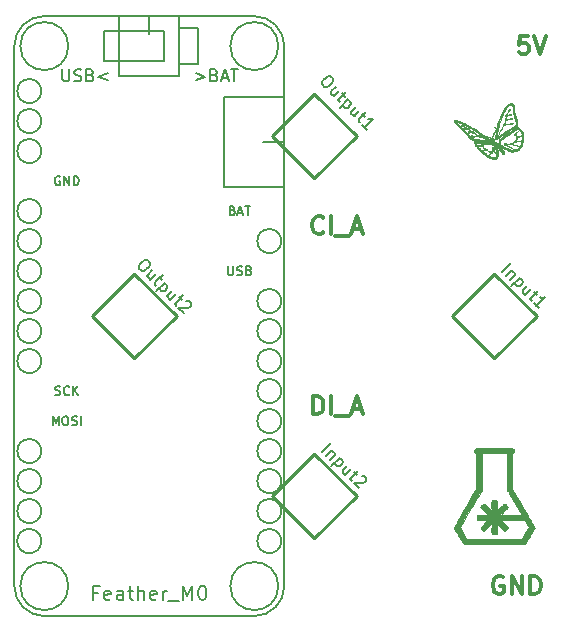
<source format=gto>
%TF.GenerationSoftware,KiCad,Pcbnew,4.0.6-e0-6349~53~ubuntu16.04.1*%
%TF.CreationDate,2017-03-19T18:17:34+05:30*%
%TF.ProjectId,feather_v3,666561746865725F76332E6B69636164,rev?*%
%TF.FileFunction,Legend,Top*%
%FSLAX46Y46*%
G04 Gerber Fmt 4.6, Leading zero omitted, Abs format (unit mm)*
G04 Created by KiCad (PCBNEW 4.0.6-e0-6349~53~ubuntu16.04.1) date Sun Mar 19 18:17:34 2017*
%MOMM*%
%LPD*%
G01*
G04 APERTURE LIST*
%ADD10C,0.101600*%
%ADD11C,0.152400*%
%ADD12C,0.150000*%
%ADD13C,0.254000*%
%ADD14C,0.010000*%
%ADD15C,0.127000*%
%ADD16C,0.203200*%
%ADD17C,0.304800*%
G04 APERTURE END LIST*
D10*
D11*
X80276097Y-95963619D02*
X80276097Y-96786095D01*
X80324478Y-96882857D01*
X80372859Y-96931238D01*
X80469621Y-96979619D01*
X80663144Y-96979619D01*
X80759906Y-96931238D01*
X80808287Y-96882857D01*
X80856668Y-96786095D01*
X80856668Y-95963619D01*
X81292097Y-96931238D02*
X81437240Y-96979619D01*
X81679144Y-96979619D01*
X81775906Y-96931238D01*
X81824287Y-96882857D01*
X81872668Y-96786095D01*
X81872668Y-96689333D01*
X81824287Y-96592571D01*
X81775906Y-96544190D01*
X81679144Y-96495810D01*
X81485621Y-96447429D01*
X81388859Y-96399048D01*
X81340478Y-96350667D01*
X81292097Y-96253905D01*
X81292097Y-96157143D01*
X81340478Y-96060381D01*
X81388859Y-96012000D01*
X81485621Y-95963619D01*
X81727525Y-95963619D01*
X81872668Y-96012000D01*
X82646763Y-96447429D02*
X82791906Y-96495810D01*
X82840287Y-96544190D01*
X82888668Y-96640952D01*
X82888668Y-96786095D01*
X82840287Y-96882857D01*
X82791906Y-96931238D01*
X82695144Y-96979619D01*
X82308097Y-96979619D01*
X82308097Y-95963619D01*
X82646763Y-95963619D01*
X82743525Y-96012000D01*
X82791906Y-96060381D01*
X82840287Y-96157143D01*
X82840287Y-96253905D01*
X82791906Y-96350667D01*
X82743525Y-96399048D01*
X82646763Y-96447429D01*
X82308097Y-96447429D01*
X84098192Y-96302286D02*
X83324097Y-96592571D01*
X84098192Y-96882857D01*
X91548857Y-96302286D02*
X92322952Y-96592571D01*
X91548857Y-96882857D01*
X93145428Y-96447429D02*
X93290571Y-96495810D01*
X93338952Y-96544190D01*
X93387333Y-96640952D01*
X93387333Y-96786095D01*
X93338952Y-96882857D01*
X93290571Y-96931238D01*
X93193809Y-96979619D01*
X92806762Y-96979619D01*
X92806762Y-95963619D01*
X93145428Y-95963619D01*
X93242190Y-96012000D01*
X93290571Y-96060381D01*
X93338952Y-96157143D01*
X93338952Y-96253905D01*
X93290571Y-96350667D01*
X93242190Y-96399048D01*
X93145428Y-96447429D01*
X92806762Y-96447429D01*
X93774381Y-96689333D02*
X94258190Y-96689333D01*
X93677619Y-96979619D02*
X94016286Y-95963619D01*
X94354952Y-96979619D01*
X94548476Y-95963619D02*
X95129047Y-95963619D01*
X94838762Y-96979619D02*
X94838762Y-95963619D01*
D12*
X98806000Y-135890000D02*
G75*
G03X98806000Y-135890000I-1016000J0D01*
G01*
X98806000Y-133350000D02*
G75*
G03X98806000Y-133350000I-1016000J0D01*
G01*
X98806000Y-130810000D02*
G75*
G03X98806000Y-130810000I-1016000J0D01*
G01*
X98806000Y-128270000D02*
G75*
G03X98806000Y-128270000I-1016000J0D01*
G01*
X98806000Y-125730000D02*
G75*
G03X98806000Y-125730000I-1016000J0D01*
G01*
X98806000Y-123190000D02*
G75*
G03X98806000Y-123190000I-1016000J0D01*
G01*
X98806000Y-120650000D02*
G75*
G03X98806000Y-120650000I-1016000J0D01*
G01*
X98806000Y-118110000D02*
G75*
G03X98806000Y-118110000I-1016000J0D01*
G01*
X98806000Y-115570000D02*
G75*
G03X98806000Y-115570000I-1016000J0D01*
G01*
X98806000Y-110490000D02*
G75*
G03X98806000Y-110490000I-1016000J0D01*
G01*
X78493907Y-135890000D02*
G75*
G03X78493907Y-135890000I-1023907J0D01*
G01*
X78486000Y-133350000D02*
G75*
G03X78486000Y-133350000I-1016000J0D01*
G01*
X78486000Y-130810000D02*
G75*
G03X78486000Y-130810000I-1016000J0D01*
G01*
X78486000Y-128270000D02*
G75*
G03X78486000Y-128270000I-1016000J0D01*
G01*
X78486000Y-120650000D02*
G75*
G03X78486000Y-120650000I-1016000J0D01*
G01*
X78486000Y-118110000D02*
G75*
G03X78486000Y-118110000I-1016000J0D01*
G01*
X78486000Y-115570000D02*
G75*
G03X78486000Y-115570000I-1016000J0D01*
G01*
X78486000Y-113030000D02*
G75*
G03X78486000Y-113030000I-1016000J0D01*
G01*
X78486000Y-110490000D02*
G75*
G03X78486000Y-110490000I-1016000J0D01*
G01*
X78486000Y-107950000D02*
G75*
G03X78486000Y-107950000I-1016000J0D01*
G01*
X78486000Y-102870000D02*
G75*
G03X78486000Y-102870000I-1016000J0D01*
G01*
X78486000Y-100330000D02*
G75*
G03X78486000Y-100330000I-1016000J0D01*
G01*
X78486000Y-97790000D02*
G75*
G03X78486000Y-97790000I-1016000J0D01*
G01*
X98552000Y-139700000D02*
G75*
G03X98552000Y-139700000I-2032000J0D01*
G01*
X80772000Y-139700000D02*
G75*
G03X80772000Y-139700000I-2032000J0D01*
G01*
X80772000Y-93980000D02*
G75*
G03X80772000Y-93980000I-2032000J0D01*
G01*
X98552000Y-93980000D02*
G75*
G03X98552000Y-93980000I-2032000J0D01*
G01*
X87630000Y-91440000D02*
X87630000Y-92964000D01*
X93980000Y-105918000D02*
X99060000Y-105918000D01*
X93980000Y-98298000D02*
X99060000Y-98298000D01*
X99060000Y-102108000D02*
X97282000Y-102108000D01*
X93980000Y-98298000D02*
X93980000Y-105918000D01*
X90170000Y-91440000D02*
X90170000Y-96520000D01*
X90170000Y-96520000D02*
X85090000Y-96520000D01*
X85090000Y-96520000D02*
X85090000Y-91440000D01*
X78740000Y-91440000D02*
G75*
G03X76200000Y-93980000I0J-2540000D01*
G01*
X99060000Y-93980000D02*
G75*
G03X96520000Y-91440000I-2540000J0D01*
G01*
X76200000Y-139700000D02*
G75*
G03X78740000Y-142240000I2540000J0D01*
G01*
X96520000Y-142240000D02*
G75*
G03X99060000Y-139700000I0J2540000D01*
G01*
X96520000Y-142240000D02*
X78740000Y-142240000D01*
X96520000Y-91440000D02*
X78740000Y-91440000D01*
X76200000Y-93980000D02*
X76200000Y-139700000D01*
X99060000Y-139700000D02*
X99060000Y-93980000D01*
X88900000Y-92710000D02*
X83820000Y-92710000D01*
X83820000Y-92710000D02*
X83820000Y-95250000D01*
X83820000Y-95250000D02*
X88900000Y-95250000D01*
X91720000Y-95530000D02*
X90170000Y-95530000D01*
X88900000Y-95250000D02*
X88900000Y-92710000D01*
X90170000Y-92430000D02*
X91720000Y-92430000D01*
X91720000Y-92430000D02*
X91720000Y-95530000D01*
D13*
X101600000Y-128487898D02*
X105192102Y-132080000D01*
X98007898Y-132080000D02*
X101600000Y-128487898D01*
X101600000Y-135672102D02*
X98007898Y-132080000D01*
X105192102Y-132080000D02*
X101600000Y-135672102D01*
D14*
G36*
X117120132Y-128015141D02*
X117309330Y-128015704D01*
X117491803Y-128016553D01*
X117664802Y-128017693D01*
X117825580Y-128019121D01*
X117971388Y-128020837D01*
X118099478Y-128022843D01*
X118207101Y-128025137D01*
X118291511Y-128027719D01*
X118349958Y-128030591D01*
X118379694Y-128033751D01*
X118381045Y-128034101D01*
X118454650Y-128069801D01*
X118508272Y-128122954D01*
X118541256Y-128187582D01*
X118552948Y-128257706D01*
X118542692Y-128327346D01*
X118509833Y-128390525D01*
X118453717Y-128441264D01*
X118427218Y-128455553D01*
X118364819Y-128484312D01*
X118364409Y-129966141D01*
X118364000Y-131447969D01*
X118791194Y-132188641D01*
X118881737Y-132345615D01*
X118984897Y-132524444D01*
X119097416Y-132719483D01*
X119216038Y-132925090D01*
X119337507Y-133135620D01*
X119458568Y-133345429D01*
X119575963Y-133548874D01*
X119686437Y-133740312D01*
X119735756Y-133825770D01*
X119824967Y-133980722D01*
X119909309Y-134127946D01*
X119987458Y-134265082D01*
X120058089Y-134389771D01*
X120119877Y-134499652D01*
X120171497Y-134592365D01*
X120211624Y-134665552D01*
X120238934Y-134716852D01*
X120252102Y-134743905D01*
X120253125Y-134747254D01*
X120245259Y-134767854D01*
X120222954Y-134812330D01*
X120188145Y-134877359D01*
X120142767Y-134959615D01*
X120088756Y-135055774D01*
X120028047Y-135162511D01*
X119962577Y-135276503D01*
X119894279Y-135394423D01*
X119825091Y-135512948D01*
X119756948Y-135628754D01*
X119691784Y-135738515D01*
X119631537Y-135838906D01*
X119578141Y-135926605D01*
X119533532Y-135998285D01*
X119499645Y-136050622D01*
X119478416Y-136080292D01*
X119474599Y-136084468D01*
X119427124Y-136128125D01*
X114252875Y-136128125D01*
X114205400Y-136084468D01*
X114188606Y-136062746D01*
X114158539Y-136017288D01*
X114117134Y-135951420D01*
X114066325Y-135868466D01*
X114008050Y-135771753D01*
X113944242Y-135664605D01*
X113876838Y-135550346D01*
X113807772Y-135432303D01*
X113738981Y-135313800D01*
X113672400Y-135198163D01*
X113609963Y-135088717D01*
X113553608Y-134988786D01*
X113505267Y-134901695D01*
X113466879Y-134830771D01*
X113440377Y-134779338D01*
X113427697Y-134750720D01*
X113426874Y-134746933D01*
X113433139Y-134731738D01*
X113931817Y-134731738D01*
X114206508Y-135207681D01*
X114481198Y-135683625D01*
X119198654Y-135683625D01*
X119473694Y-135206873D01*
X119748735Y-134730121D01*
X119640627Y-134544091D01*
X119592108Y-134460084D01*
X119541391Y-134371405D01*
X119494699Y-134288982D01*
X119460228Y-134227315D01*
X119387937Y-134096567D01*
X117372125Y-134096125D01*
X117667748Y-134393781D01*
X117747725Y-134474852D01*
X117820741Y-134549905D01*
X117883638Y-134615609D01*
X117933257Y-134668634D01*
X117966440Y-134705650D01*
X117979732Y-134722697D01*
X117987043Y-134760230D01*
X117974704Y-134795316D01*
X117949692Y-134831070D01*
X117909306Y-134875828D01*
X117860048Y-134923770D01*
X117808420Y-134969074D01*
X117760926Y-135005919D01*
X117724067Y-135028484D01*
X117709480Y-135032750D01*
X117687132Y-135022200D01*
X117645787Y-134990232D01*
X117584908Y-134936363D01*
X117503960Y-134860114D01*
X117402408Y-134761002D01*
X117360810Y-134719741D01*
X117046375Y-134406732D01*
X117046375Y-134841522D01*
X117046186Y-134972308D01*
X117045480Y-135075011D01*
X117044051Y-135153296D01*
X117041691Y-135210830D01*
X117038191Y-135251276D01*
X117033345Y-135278301D01*
X117026944Y-135295570D01*
X117020102Y-135305343D01*
X117003266Y-135318829D01*
X116977807Y-135327459D01*
X116937181Y-135332237D01*
X116874844Y-135334165D01*
X116830754Y-135334375D01*
X116757007Y-135333988D01*
X116708052Y-135331820D01*
X116676932Y-135326360D01*
X116656690Y-135316094D01*
X116640370Y-135299512D01*
X116634053Y-135291627D01*
X116623921Y-135277620D01*
X116616117Y-135261895D01*
X116610392Y-135240501D01*
X116606497Y-135209484D01*
X116604185Y-135164892D01*
X116603207Y-135102771D01*
X116603314Y-135019170D01*
X116604259Y-134910136D01*
X116605120Y-134831238D01*
X116606336Y-134719830D01*
X116607363Y-134619621D01*
X116608164Y-134534754D01*
X116608700Y-134469372D01*
X116608937Y-134427619D01*
X116608846Y-134413611D01*
X116597874Y-134424389D01*
X116567423Y-134454776D01*
X116520394Y-134501863D01*
X116459693Y-134562739D01*
X116388221Y-134634496D01*
X116308882Y-134714225D01*
X116307221Y-134715894D01*
X116225795Y-134796741D01*
X116149946Y-134870133D01*
X116083010Y-134932994D01*
X116028322Y-134982247D01*
X115989218Y-135014816D01*
X115969337Y-135027556D01*
X115948907Y-135028152D01*
X115924469Y-135017567D01*
X115891225Y-134992398D01*
X115844375Y-134949244D01*
X115806618Y-134912190D01*
X115744367Y-134847657D01*
X115704516Y-134799575D01*
X115684581Y-134764681D01*
X115681125Y-134747521D01*
X115686451Y-134729558D01*
X115703771Y-134702344D01*
X115735090Y-134663608D01*
X115782416Y-134611079D01*
X115847757Y-134542484D01*
X115933120Y-134455551D01*
X115986566Y-134401867D01*
X116292007Y-134096125D01*
X115864557Y-134096125D01*
X115725238Y-134096235D01*
X115614412Y-134095593D01*
X115528828Y-134092739D01*
X115465238Y-134086213D01*
X115420392Y-134074556D01*
X115391040Y-134056308D01*
X115373932Y-134030009D01*
X115365820Y-133994200D01*
X115363454Y-133947420D01*
X115363583Y-133888211D01*
X115363625Y-133871107D01*
X115363249Y-133809737D01*
X115364298Y-133760980D01*
X115370033Y-133723390D01*
X115383717Y-133695522D01*
X115408611Y-133675933D01*
X115447977Y-133663178D01*
X115505078Y-133655811D01*
X115583176Y-133652388D01*
X115685532Y-133651465D01*
X115815409Y-133651596D01*
X115859196Y-133651625D01*
X116291267Y-133651625D01*
X115978258Y-133337189D01*
X115888898Y-133246371D01*
X115811404Y-133165517D01*
X115748051Y-133097128D01*
X115701114Y-133043706D01*
X115672868Y-133007753D01*
X115665250Y-132992990D01*
X115676746Y-132966392D01*
X115707271Y-132925976D01*
X115750876Y-132877523D01*
X115801613Y-132826817D01*
X115853534Y-132779641D01*
X115900690Y-132741778D01*
X115937134Y-132719010D01*
X115951177Y-132715000D01*
X115970107Y-132721738D01*
X116001067Y-132743065D01*
X116045936Y-132780648D01*
X116106590Y-132836153D01*
X116184908Y-132911247D01*
X116282767Y-133007597D01*
X116299345Y-133024083D01*
X116609812Y-133333166D01*
X116605134Y-132908775D01*
X116603453Y-132770249D01*
X116602794Y-132660203D01*
X116604651Y-132575374D01*
X116610515Y-132512496D01*
X116621879Y-132468302D01*
X116640236Y-132439528D01*
X116667078Y-132422909D01*
X116703897Y-132415179D01*
X116752186Y-132413073D01*
X116813436Y-132413325D01*
X116831546Y-132413375D01*
X116911777Y-132414496D01*
X116966137Y-132418371D01*
X117000445Y-132425763D01*
X117020519Y-132437438D01*
X117021428Y-132438321D01*
X117028921Y-132449469D01*
X117034780Y-132468540D01*
X117039198Y-132499092D01*
X117042365Y-132544686D01*
X117044473Y-132608878D01*
X117045714Y-132695230D01*
X117046279Y-132807298D01*
X117046375Y-132902142D01*
X117046375Y-133341017D01*
X117360810Y-133028008D01*
X117464977Y-132925240D01*
X117549018Y-132844457D01*
X117614393Y-132784357D01*
X117662558Y-132743639D01*
X117694973Y-132721001D01*
X117711435Y-132715000D01*
X117743640Y-132727050D01*
X117791929Y-132761515D01*
X117851031Y-132814218D01*
X117917277Y-132880807D01*
X117960369Y-132932289D01*
X117982644Y-132972492D01*
X117986437Y-133005242D01*
X117979732Y-133025052D01*
X117964448Y-133044412D01*
X117929823Y-133082842D01*
X117879016Y-133137013D01*
X117815186Y-133203594D01*
X117741491Y-133279256D01*
X117667748Y-133353968D01*
X117372125Y-133651625D01*
X119128589Y-133651625D01*
X119097294Y-133600031D01*
X119062471Y-133541823D01*
X119016078Y-133463049D01*
X118959623Y-133366349D01*
X118894614Y-133254365D01*
X118822559Y-133129736D01*
X118744966Y-132995105D01*
X118663344Y-132853113D01*
X118579201Y-132706400D01*
X118494044Y-132557608D01*
X118409382Y-132409378D01*
X118326723Y-132264351D01*
X118247576Y-132125167D01*
X118173448Y-131994468D01*
X118105847Y-131874896D01*
X118046282Y-131769090D01*
X117996260Y-131679693D01*
X117957291Y-131609345D01*
X117930882Y-131560688D01*
X117918540Y-131536361D01*
X117917896Y-131534659D01*
X117915786Y-131511630D01*
X117913779Y-131459011D01*
X117911895Y-131378962D01*
X117910154Y-131273643D01*
X117908575Y-131145212D01*
X117907179Y-130995830D01*
X117905985Y-130827656D01*
X117905013Y-130642850D01*
X117904282Y-130443573D01*
X117903814Y-130231983D01*
X117903627Y-130010240D01*
X117903625Y-129980636D01*
X117903625Y-128476375D01*
X115776989Y-128476375D01*
X115768437Y-131548187D01*
X115424729Y-132143500D01*
X115335018Y-132298868D01*
X115235473Y-132471244D01*
X115130521Y-132652961D01*
X115024590Y-132836356D01*
X114922106Y-133013764D01*
X114827496Y-133177521D01*
X114759940Y-133294437D01*
X114614356Y-133546399D01*
X114482857Y-133774050D01*
X114365664Y-133977010D01*
X114262995Y-134154897D01*
X114175071Y-134307331D01*
X114102110Y-134433931D01*
X114044332Y-134534316D01*
X114001957Y-134608107D01*
X113975205Y-134654921D01*
X113970081Y-134663962D01*
X113931817Y-134731738D01*
X113433139Y-134731738D01*
X113434593Y-134728214D01*
X113456661Y-134685010D01*
X113491444Y-134620273D01*
X113537311Y-134536953D01*
X113592628Y-134437999D01*
X113655763Y-134326362D01*
X113725083Y-134204993D01*
X113769919Y-134127074D01*
X113856007Y-133977890D01*
X113948884Y-133816959D01*
X114044742Y-133650876D01*
X114139776Y-133486236D01*
X114230179Y-133329633D01*
X114312145Y-133187663D01*
X114378823Y-133072187D01*
X114450062Y-132948821D01*
X114533259Y-132804738D01*
X114624500Y-132646716D01*
X114719870Y-132481537D01*
X114815455Y-132315979D01*
X114907341Y-132156823D01*
X114980341Y-132030372D01*
X115316000Y-131448931D01*
X115315590Y-129966622D01*
X115315180Y-128484312D01*
X115252781Y-128455553D01*
X115187983Y-128410866D01*
X115146683Y-128351549D01*
X115128225Y-128283581D01*
X115131955Y-128212941D01*
X115157218Y-128145606D01*
X115203358Y-128087557D01*
X115269721Y-128044771D01*
X115298954Y-128034101D01*
X115325501Y-128030910D01*
X115381048Y-128028009D01*
X115462847Y-128025396D01*
X115568151Y-128023071D01*
X115694211Y-128021035D01*
X115838279Y-128019288D01*
X115997606Y-128017830D01*
X116169446Y-128016660D01*
X116351049Y-128015780D01*
X116539667Y-128015187D01*
X116732552Y-128014883D01*
X116926957Y-128014868D01*
X117120132Y-128015141D01*
X117120132Y-128015141D01*
G37*
X117120132Y-128015141D02*
X117309330Y-128015704D01*
X117491803Y-128016553D01*
X117664802Y-128017693D01*
X117825580Y-128019121D01*
X117971388Y-128020837D01*
X118099478Y-128022843D01*
X118207101Y-128025137D01*
X118291511Y-128027719D01*
X118349958Y-128030591D01*
X118379694Y-128033751D01*
X118381045Y-128034101D01*
X118454650Y-128069801D01*
X118508272Y-128122954D01*
X118541256Y-128187582D01*
X118552948Y-128257706D01*
X118542692Y-128327346D01*
X118509833Y-128390525D01*
X118453717Y-128441264D01*
X118427218Y-128455553D01*
X118364819Y-128484312D01*
X118364409Y-129966141D01*
X118364000Y-131447969D01*
X118791194Y-132188641D01*
X118881737Y-132345615D01*
X118984897Y-132524444D01*
X119097416Y-132719483D01*
X119216038Y-132925090D01*
X119337507Y-133135620D01*
X119458568Y-133345429D01*
X119575963Y-133548874D01*
X119686437Y-133740312D01*
X119735756Y-133825770D01*
X119824967Y-133980722D01*
X119909309Y-134127946D01*
X119987458Y-134265082D01*
X120058089Y-134389771D01*
X120119877Y-134499652D01*
X120171497Y-134592365D01*
X120211624Y-134665552D01*
X120238934Y-134716852D01*
X120252102Y-134743905D01*
X120253125Y-134747254D01*
X120245259Y-134767854D01*
X120222954Y-134812330D01*
X120188145Y-134877359D01*
X120142767Y-134959615D01*
X120088756Y-135055774D01*
X120028047Y-135162511D01*
X119962577Y-135276503D01*
X119894279Y-135394423D01*
X119825091Y-135512948D01*
X119756948Y-135628754D01*
X119691784Y-135738515D01*
X119631537Y-135838906D01*
X119578141Y-135926605D01*
X119533532Y-135998285D01*
X119499645Y-136050622D01*
X119478416Y-136080292D01*
X119474599Y-136084468D01*
X119427124Y-136128125D01*
X114252875Y-136128125D01*
X114205400Y-136084468D01*
X114188606Y-136062746D01*
X114158539Y-136017288D01*
X114117134Y-135951420D01*
X114066325Y-135868466D01*
X114008050Y-135771753D01*
X113944242Y-135664605D01*
X113876838Y-135550346D01*
X113807772Y-135432303D01*
X113738981Y-135313800D01*
X113672400Y-135198163D01*
X113609963Y-135088717D01*
X113553608Y-134988786D01*
X113505267Y-134901695D01*
X113466879Y-134830771D01*
X113440377Y-134779338D01*
X113427697Y-134750720D01*
X113426874Y-134746933D01*
X113433139Y-134731738D01*
X113931817Y-134731738D01*
X114206508Y-135207681D01*
X114481198Y-135683625D01*
X119198654Y-135683625D01*
X119473694Y-135206873D01*
X119748735Y-134730121D01*
X119640627Y-134544091D01*
X119592108Y-134460084D01*
X119541391Y-134371405D01*
X119494699Y-134288982D01*
X119460228Y-134227315D01*
X119387937Y-134096567D01*
X117372125Y-134096125D01*
X117667748Y-134393781D01*
X117747725Y-134474852D01*
X117820741Y-134549905D01*
X117883638Y-134615609D01*
X117933257Y-134668634D01*
X117966440Y-134705650D01*
X117979732Y-134722697D01*
X117987043Y-134760230D01*
X117974704Y-134795316D01*
X117949692Y-134831070D01*
X117909306Y-134875828D01*
X117860048Y-134923770D01*
X117808420Y-134969074D01*
X117760926Y-135005919D01*
X117724067Y-135028484D01*
X117709480Y-135032750D01*
X117687132Y-135022200D01*
X117645787Y-134990232D01*
X117584908Y-134936363D01*
X117503960Y-134860114D01*
X117402408Y-134761002D01*
X117360810Y-134719741D01*
X117046375Y-134406732D01*
X117046375Y-134841522D01*
X117046186Y-134972308D01*
X117045480Y-135075011D01*
X117044051Y-135153296D01*
X117041691Y-135210830D01*
X117038191Y-135251276D01*
X117033345Y-135278301D01*
X117026944Y-135295570D01*
X117020102Y-135305343D01*
X117003266Y-135318829D01*
X116977807Y-135327459D01*
X116937181Y-135332237D01*
X116874844Y-135334165D01*
X116830754Y-135334375D01*
X116757007Y-135333988D01*
X116708052Y-135331820D01*
X116676932Y-135326360D01*
X116656690Y-135316094D01*
X116640370Y-135299512D01*
X116634053Y-135291627D01*
X116623921Y-135277620D01*
X116616117Y-135261895D01*
X116610392Y-135240501D01*
X116606497Y-135209484D01*
X116604185Y-135164892D01*
X116603207Y-135102771D01*
X116603314Y-135019170D01*
X116604259Y-134910136D01*
X116605120Y-134831238D01*
X116606336Y-134719830D01*
X116607363Y-134619621D01*
X116608164Y-134534754D01*
X116608700Y-134469372D01*
X116608937Y-134427619D01*
X116608846Y-134413611D01*
X116597874Y-134424389D01*
X116567423Y-134454776D01*
X116520394Y-134501863D01*
X116459693Y-134562739D01*
X116388221Y-134634496D01*
X116308882Y-134714225D01*
X116307221Y-134715894D01*
X116225795Y-134796741D01*
X116149946Y-134870133D01*
X116083010Y-134932994D01*
X116028322Y-134982247D01*
X115989218Y-135014816D01*
X115969337Y-135027556D01*
X115948907Y-135028152D01*
X115924469Y-135017567D01*
X115891225Y-134992398D01*
X115844375Y-134949244D01*
X115806618Y-134912190D01*
X115744367Y-134847657D01*
X115704516Y-134799575D01*
X115684581Y-134764681D01*
X115681125Y-134747521D01*
X115686451Y-134729558D01*
X115703771Y-134702344D01*
X115735090Y-134663608D01*
X115782416Y-134611079D01*
X115847757Y-134542484D01*
X115933120Y-134455551D01*
X115986566Y-134401867D01*
X116292007Y-134096125D01*
X115864557Y-134096125D01*
X115725238Y-134096235D01*
X115614412Y-134095593D01*
X115528828Y-134092739D01*
X115465238Y-134086213D01*
X115420392Y-134074556D01*
X115391040Y-134056308D01*
X115373932Y-134030009D01*
X115365820Y-133994200D01*
X115363454Y-133947420D01*
X115363583Y-133888211D01*
X115363625Y-133871107D01*
X115363249Y-133809737D01*
X115364298Y-133760980D01*
X115370033Y-133723390D01*
X115383717Y-133695522D01*
X115408611Y-133675933D01*
X115447977Y-133663178D01*
X115505078Y-133655811D01*
X115583176Y-133652388D01*
X115685532Y-133651465D01*
X115815409Y-133651596D01*
X115859196Y-133651625D01*
X116291267Y-133651625D01*
X115978258Y-133337189D01*
X115888898Y-133246371D01*
X115811404Y-133165517D01*
X115748051Y-133097128D01*
X115701114Y-133043706D01*
X115672868Y-133007753D01*
X115665250Y-132992990D01*
X115676746Y-132966392D01*
X115707271Y-132925976D01*
X115750876Y-132877523D01*
X115801613Y-132826817D01*
X115853534Y-132779641D01*
X115900690Y-132741778D01*
X115937134Y-132719010D01*
X115951177Y-132715000D01*
X115970107Y-132721738D01*
X116001067Y-132743065D01*
X116045936Y-132780648D01*
X116106590Y-132836153D01*
X116184908Y-132911247D01*
X116282767Y-133007597D01*
X116299345Y-133024083D01*
X116609812Y-133333166D01*
X116605134Y-132908775D01*
X116603453Y-132770249D01*
X116602794Y-132660203D01*
X116604651Y-132575374D01*
X116610515Y-132512496D01*
X116621879Y-132468302D01*
X116640236Y-132439528D01*
X116667078Y-132422909D01*
X116703897Y-132415179D01*
X116752186Y-132413073D01*
X116813436Y-132413325D01*
X116831546Y-132413375D01*
X116911777Y-132414496D01*
X116966137Y-132418371D01*
X117000445Y-132425763D01*
X117020519Y-132437438D01*
X117021428Y-132438321D01*
X117028921Y-132449469D01*
X117034780Y-132468540D01*
X117039198Y-132499092D01*
X117042365Y-132544686D01*
X117044473Y-132608878D01*
X117045714Y-132695230D01*
X117046279Y-132807298D01*
X117046375Y-132902142D01*
X117046375Y-133341017D01*
X117360810Y-133028008D01*
X117464977Y-132925240D01*
X117549018Y-132844457D01*
X117614393Y-132784357D01*
X117662558Y-132743639D01*
X117694973Y-132721001D01*
X117711435Y-132715000D01*
X117743640Y-132727050D01*
X117791929Y-132761515D01*
X117851031Y-132814218D01*
X117917277Y-132880807D01*
X117960369Y-132932289D01*
X117982644Y-132972492D01*
X117986437Y-133005242D01*
X117979732Y-133025052D01*
X117964448Y-133044412D01*
X117929823Y-133082842D01*
X117879016Y-133137013D01*
X117815186Y-133203594D01*
X117741491Y-133279256D01*
X117667748Y-133353968D01*
X117372125Y-133651625D01*
X119128589Y-133651625D01*
X119097294Y-133600031D01*
X119062471Y-133541823D01*
X119016078Y-133463049D01*
X118959623Y-133366349D01*
X118894614Y-133254365D01*
X118822559Y-133129736D01*
X118744966Y-132995105D01*
X118663344Y-132853113D01*
X118579201Y-132706400D01*
X118494044Y-132557608D01*
X118409382Y-132409378D01*
X118326723Y-132264351D01*
X118247576Y-132125167D01*
X118173448Y-131994468D01*
X118105847Y-131874896D01*
X118046282Y-131769090D01*
X117996260Y-131679693D01*
X117957291Y-131609345D01*
X117930882Y-131560688D01*
X117918540Y-131536361D01*
X117917896Y-131534659D01*
X117915786Y-131511630D01*
X117913779Y-131459011D01*
X117911895Y-131378962D01*
X117910154Y-131273643D01*
X117908575Y-131145212D01*
X117907179Y-130995830D01*
X117905985Y-130827656D01*
X117905013Y-130642850D01*
X117904282Y-130443573D01*
X117903814Y-130231983D01*
X117903627Y-130010240D01*
X117903625Y-129980636D01*
X117903625Y-128476375D01*
X115776989Y-128476375D01*
X115768437Y-131548187D01*
X115424729Y-132143500D01*
X115335018Y-132298868D01*
X115235473Y-132471244D01*
X115130521Y-132652961D01*
X115024590Y-132836356D01*
X114922106Y-133013764D01*
X114827496Y-133177521D01*
X114759940Y-133294437D01*
X114614356Y-133546399D01*
X114482857Y-133774050D01*
X114365664Y-133977010D01*
X114262995Y-134154897D01*
X114175071Y-134307331D01*
X114102110Y-134433931D01*
X114044332Y-134534316D01*
X114001957Y-134608107D01*
X113975205Y-134654921D01*
X113970081Y-134663962D01*
X113931817Y-134731738D01*
X113433139Y-134731738D01*
X113434593Y-134728214D01*
X113456661Y-134685010D01*
X113491444Y-134620273D01*
X113537311Y-134536953D01*
X113592628Y-134437999D01*
X113655763Y-134326362D01*
X113725083Y-134204993D01*
X113769919Y-134127074D01*
X113856007Y-133977890D01*
X113948884Y-133816959D01*
X114044742Y-133650876D01*
X114139776Y-133486236D01*
X114230179Y-133329633D01*
X114312145Y-133187663D01*
X114378823Y-133072187D01*
X114450062Y-132948821D01*
X114533259Y-132804738D01*
X114624500Y-132646716D01*
X114719870Y-132481537D01*
X114815455Y-132315979D01*
X114907341Y-132156823D01*
X114980341Y-132030372D01*
X115316000Y-131448931D01*
X115315590Y-129966622D01*
X115315180Y-128484312D01*
X115252781Y-128455553D01*
X115187983Y-128410866D01*
X115146683Y-128351549D01*
X115128225Y-128283581D01*
X115131955Y-128212941D01*
X115157218Y-128145606D01*
X115203358Y-128087557D01*
X115269721Y-128044771D01*
X115298954Y-128034101D01*
X115325501Y-128030910D01*
X115381048Y-128028009D01*
X115462847Y-128025396D01*
X115568151Y-128023071D01*
X115694211Y-128021035D01*
X115838279Y-128019288D01*
X115997606Y-128017830D01*
X116169446Y-128016660D01*
X116351049Y-128015780D01*
X116539667Y-128015187D01*
X116732552Y-128014883D01*
X116926957Y-128014868D01*
X117120132Y-128015141D01*
D13*
X116840000Y-120432102D02*
X113247898Y-116840000D01*
X120432102Y-116840000D02*
X116840000Y-120432102D01*
X116840000Y-113247898D02*
X120432102Y-116840000D01*
X113247898Y-116840000D02*
X116840000Y-113247898D01*
D14*
G36*
X115359962Y-102076685D02*
X115462538Y-102090389D01*
X115520308Y-102096512D01*
X115609965Y-102102992D01*
X115724328Y-102109451D01*
X115856213Y-102115515D01*
X115998438Y-102120808D01*
X116103651Y-102123942D01*
X116607995Y-102137308D01*
X116719113Y-102248117D01*
X116786249Y-102314279D01*
X116867382Y-102393091D01*
X116947999Y-102470481D01*
X116971001Y-102492348D01*
X117111772Y-102625769D01*
X117125182Y-102944136D01*
X117129985Y-103062552D01*
X117132402Y-103149902D01*
X117131709Y-103214160D01*
X117127180Y-103263303D01*
X117118089Y-103305305D01*
X117103713Y-103348140D01*
X117083882Y-103398405D01*
X117060112Y-103457051D01*
X117039339Y-103497043D01*
X117014210Y-103521028D01*
X116977374Y-103531650D01*
X116921479Y-103531555D01*
X116839172Y-103523389D01*
X116761846Y-103514280D01*
X116677988Y-103502378D01*
X116594680Y-103487271D01*
X116546923Y-103476455D01*
X116473259Y-103457272D01*
X116400303Y-103438319D01*
X116385102Y-103434378D01*
X116325340Y-103407217D01*
X116249047Y-103354533D01*
X116180350Y-103296647D01*
X116175066Y-103292158D01*
X116378243Y-103292158D01*
X116379011Y-103294755D01*
X116406624Y-103307385D01*
X116463215Y-103324064D01*
X116539165Y-103342728D01*
X116624855Y-103361316D01*
X116710666Y-103377764D01*
X116786980Y-103390009D01*
X116844178Y-103395989D01*
X116852283Y-103396250D01*
X116912181Y-103395229D01*
X116945834Y-103385988D01*
X116966023Y-103362242D01*
X116978818Y-103334039D01*
X117003460Y-103254062D01*
X117003456Y-103182445D01*
X116976621Y-103109445D01*
X116920773Y-103025317D01*
X116905175Y-103005351D01*
X116850580Y-102940067D01*
X116809601Y-102900885D01*
X116774178Y-102881391D01*
X116742025Y-102875483D01*
X116679570Y-102878455D01*
X116635638Y-102894046D01*
X116617741Y-102918167D01*
X116625497Y-102938891D01*
X116639012Y-102973700D01*
X116617797Y-102997766D01*
X116565664Y-103006769D01*
X116565554Y-103006769D01*
X116534895Y-103010276D01*
X116510009Y-103025595D01*
X116484304Y-103059926D01*
X116451183Y-103120470D01*
X116438453Y-103145541D01*
X116407031Y-103211569D01*
X116385767Y-103263440D01*
X116378243Y-103292158D01*
X116175066Y-103292158D01*
X116099462Y-103227937D01*
X116003395Y-103153049D01*
X115910375Y-103086077D01*
X115892786Y-103074240D01*
X115788971Y-102998363D01*
X115678105Y-102902846D01*
X115603708Y-102830267D01*
X115799824Y-102830267D01*
X115813580Y-102849715D01*
X115816850Y-102853356D01*
X115846058Y-102879443D01*
X115899241Y-102921466D01*
X115968238Y-102973130D01*
X116028657Y-103016693D01*
X116107706Y-103074431D01*
X116180466Y-103130613D01*
X116237415Y-103177723D01*
X116263461Y-103201993D01*
X116303507Y-103238818D01*
X116335014Y-103259282D01*
X116341231Y-103260769D01*
X116359807Y-103244480D01*
X116388614Y-103201590D01*
X116421697Y-103141063D01*
X116424532Y-103135360D01*
X116456146Y-103068217D01*
X116470663Y-103026539D01*
X116470031Y-103001668D01*
X116458033Y-102986429D01*
X116433756Y-102953346D01*
X116433129Y-102950712D01*
X116490634Y-102950712D01*
X116505438Y-102966550D01*
X116508394Y-102968444D01*
X116547835Y-102985830D01*
X116571993Y-102974031D01*
X116575396Y-102969042D01*
X116574546Y-102945783D01*
X116548421Y-102933314D01*
X116512343Y-102937704D01*
X116490634Y-102950712D01*
X116433129Y-102950712D01*
X116429692Y-102936274D01*
X116412786Y-102912403D01*
X116368944Y-102881742D01*
X116308479Y-102849308D01*
X116241703Y-102820121D01*
X116178931Y-102799198D01*
X116132288Y-102791547D01*
X116079536Y-102786492D01*
X116042191Y-102774743D01*
X116042026Y-102774639D01*
X116008162Y-102769867D01*
X115948427Y-102776728D01*
X115899678Y-102787287D01*
X115836658Y-102804012D01*
X115805445Y-102816686D01*
X115799824Y-102830267D01*
X115603708Y-102830267D01*
X115556124Y-102783846D01*
X115418965Y-102637518D01*
X115351039Y-102561536D01*
X115269241Y-102456028D01*
X115243423Y-102407858D01*
X115402204Y-102407858D01*
X115404010Y-102421723D01*
X115407376Y-102428173D01*
X115433006Y-102462760D01*
X115478076Y-102513300D01*
X115535932Y-102573363D01*
X115599922Y-102636519D01*
X115663391Y-102696337D01*
X115719686Y-102746388D01*
X115762153Y-102780240D01*
X115783365Y-102791550D01*
X115820868Y-102785909D01*
X115876447Y-102772215D01*
X115893928Y-102767127D01*
X115952007Y-102744473D01*
X115971356Y-102733231D01*
X116058462Y-102733231D01*
X116075182Y-102747918D01*
X116107308Y-102752769D01*
X116144026Y-102746081D01*
X116156154Y-102733231D01*
X116139433Y-102718543D01*
X116107308Y-102713692D01*
X116070589Y-102720381D01*
X116058462Y-102733231D01*
X115971356Y-102733231D01*
X115997301Y-102718158D01*
X116004828Y-102711650D01*
X116018035Y-102693755D01*
X116016675Y-102673833D01*
X115996734Y-102644794D01*
X115954195Y-102599554D01*
X115924564Y-102569996D01*
X115850114Y-102502756D01*
X115793929Y-102466954D01*
X115763841Y-102459692D01*
X115718718Y-102452694D01*
X115695597Y-102440705D01*
X115667922Y-102429730D01*
X115612625Y-102418458D01*
X115541079Y-102409150D01*
X115532701Y-102408342D01*
X115476105Y-102403635D01*
X115728634Y-102403635D01*
X115743438Y-102419473D01*
X115746394Y-102421367D01*
X115787180Y-102438000D01*
X115816951Y-102435003D01*
X115824000Y-102421769D01*
X115808130Y-102394176D01*
X115770984Y-102385868D01*
X115750343Y-102390628D01*
X115728634Y-102403635D01*
X115476105Y-102403635D01*
X115459620Y-102402264D01*
X115418430Y-102401737D01*
X115402204Y-102407858D01*
X115243423Y-102407858D01*
X115210716Y-102346838D01*
X115189892Y-102294321D01*
X115162707Y-102211124D01*
X115304055Y-102211124D01*
X115304492Y-102234291D01*
X115319749Y-102278275D01*
X115328512Y-102297385D01*
X115348691Y-102335679D01*
X115369701Y-102358780D01*
X115401972Y-102371757D01*
X115455932Y-102379677D01*
X115507893Y-102384542D01*
X115605222Y-102389200D01*
X115671319Y-102382372D01*
X115698862Y-102372452D01*
X115762397Y-102357079D01*
X115809816Y-102360636D01*
X115854391Y-102375799D01*
X115871256Y-102403335D01*
X115872846Y-102425594D01*
X115886723Y-102466941D01*
X115922477Y-102521031D01*
X115971294Y-102578326D01*
X116024358Y-102629287D01*
X116072856Y-102664376D01*
X116102973Y-102674616D01*
X116152402Y-102683877D01*
X116191904Y-102706312D01*
X116209114Y-102733896D01*
X116207832Y-102742666D01*
X116218166Y-102765464D01*
X116256347Y-102796097D01*
X116313205Y-102829878D01*
X116379570Y-102862124D01*
X116446271Y-102888150D01*
X116504139Y-102903270D01*
X116526129Y-102905278D01*
X116579818Y-102900005D01*
X116617882Y-102886997D01*
X116620192Y-102885301D01*
X116640900Y-102850112D01*
X116644615Y-102826702D01*
X116644758Y-102826390D01*
X116711322Y-102826390D01*
X116713834Y-102832273D01*
X116742683Y-102849114D01*
X116777868Y-102843942D01*
X116789888Y-102832971D01*
X116785212Y-102813877D01*
X116758755Y-102800305D01*
X116727761Y-102799748D01*
X116720687Y-102802902D01*
X116711322Y-102826390D01*
X116644758Y-102826390D01*
X116661437Y-102790183D01*
X116683692Y-102777969D01*
X116710145Y-102757333D01*
X116720795Y-102728388D01*
X116741378Y-102728388D01*
X116757754Y-102762312D01*
X116786269Y-102775834D01*
X116821558Y-102793231D01*
X116836601Y-102838048D01*
X116836761Y-102839412D01*
X116852725Y-102886511D01*
X116886725Y-102945985D01*
X116914915Y-102984301D01*
X116986538Y-103071855D01*
X116992341Y-102928794D01*
X116993927Y-102855176D01*
X116992666Y-102795439D01*
X116988838Y-102761642D01*
X116988408Y-102760365D01*
X116961798Y-102731396D01*
X116911903Y-102701107D01*
X116853655Y-102676325D01*
X116801988Y-102663879D01*
X116780273Y-102665199D01*
X116748596Y-102690679D01*
X116741378Y-102728388D01*
X116720795Y-102728388D01*
X116722825Y-102722871D01*
X116719703Y-102690130D01*
X116698745Y-102674657D01*
X116697196Y-102674616D01*
X116662027Y-102663801D01*
X116634433Y-102647422D01*
X116609527Y-102622325D01*
X116611337Y-102616000D01*
X116673923Y-102616000D01*
X116701481Y-102632414D01*
X116723922Y-102635539D01*
X116755040Y-102627134D01*
X116761846Y-102616000D01*
X116745091Y-102601437D01*
X116711847Y-102596462D01*
X116678604Y-102602664D01*
X116673923Y-102616000D01*
X116611337Y-102616000D01*
X116616698Y-102597267D01*
X116623322Y-102588807D01*
X116668579Y-102561663D01*
X116727277Y-102560666D01*
X116784905Y-102584659D01*
X116806741Y-102603429D01*
X116849859Y-102641063D01*
X116901565Y-102674895D01*
X116950522Y-102698827D01*
X116985396Y-102706760D01*
X116993221Y-102703753D01*
X116984145Y-102686778D01*
X116950758Y-102648220D01*
X116897590Y-102592864D01*
X116829172Y-102525493D01*
X116781879Y-102480537D01*
X116557717Y-102270141D01*
X116176204Y-102257415D01*
X116036868Y-102251938D01*
X115891198Y-102244783D01*
X115751259Y-102236638D01*
X115629113Y-102228192D01*
X115555312Y-102221968D01*
X115462640Y-102214171D01*
X115384656Y-102209493D01*
X115329269Y-102208276D01*
X115304386Y-102210860D01*
X115304055Y-102211124D01*
X115162707Y-102211124D01*
X115161204Y-102206526D01*
X115150808Y-102142722D01*
X115162095Y-102100372D01*
X115198456Y-102076940D01*
X115263281Y-102069889D01*
X115359962Y-102076685D01*
X115359962Y-102076685D01*
G37*
X115359962Y-102076685D02*
X115462538Y-102090389D01*
X115520308Y-102096512D01*
X115609965Y-102102992D01*
X115724328Y-102109451D01*
X115856213Y-102115515D01*
X115998438Y-102120808D01*
X116103651Y-102123942D01*
X116607995Y-102137308D01*
X116719113Y-102248117D01*
X116786249Y-102314279D01*
X116867382Y-102393091D01*
X116947999Y-102470481D01*
X116971001Y-102492348D01*
X117111772Y-102625769D01*
X117125182Y-102944136D01*
X117129985Y-103062552D01*
X117132402Y-103149902D01*
X117131709Y-103214160D01*
X117127180Y-103263303D01*
X117118089Y-103305305D01*
X117103713Y-103348140D01*
X117083882Y-103398405D01*
X117060112Y-103457051D01*
X117039339Y-103497043D01*
X117014210Y-103521028D01*
X116977374Y-103531650D01*
X116921479Y-103531555D01*
X116839172Y-103523389D01*
X116761846Y-103514280D01*
X116677988Y-103502378D01*
X116594680Y-103487271D01*
X116546923Y-103476455D01*
X116473259Y-103457272D01*
X116400303Y-103438319D01*
X116385102Y-103434378D01*
X116325340Y-103407217D01*
X116249047Y-103354533D01*
X116180350Y-103296647D01*
X116175066Y-103292158D01*
X116378243Y-103292158D01*
X116379011Y-103294755D01*
X116406624Y-103307385D01*
X116463215Y-103324064D01*
X116539165Y-103342728D01*
X116624855Y-103361316D01*
X116710666Y-103377764D01*
X116786980Y-103390009D01*
X116844178Y-103395989D01*
X116852283Y-103396250D01*
X116912181Y-103395229D01*
X116945834Y-103385988D01*
X116966023Y-103362242D01*
X116978818Y-103334039D01*
X117003460Y-103254062D01*
X117003456Y-103182445D01*
X116976621Y-103109445D01*
X116920773Y-103025317D01*
X116905175Y-103005351D01*
X116850580Y-102940067D01*
X116809601Y-102900885D01*
X116774178Y-102881391D01*
X116742025Y-102875483D01*
X116679570Y-102878455D01*
X116635638Y-102894046D01*
X116617741Y-102918167D01*
X116625497Y-102938891D01*
X116639012Y-102973700D01*
X116617797Y-102997766D01*
X116565664Y-103006769D01*
X116565554Y-103006769D01*
X116534895Y-103010276D01*
X116510009Y-103025595D01*
X116484304Y-103059926D01*
X116451183Y-103120470D01*
X116438453Y-103145541D01*
X116407031Y-103211569D01*
X116385767Y-103263440D01*
X116378243Y-103292158D01*
X116175066Y-103292158D01*
X116099462Y-103227937D01*
X116003395Y-103153049D01*
X115910375Y-103086077D01*
X115892786Y-103074240D01*
X115788971Y-102998363D01*
X115678105Y-102902846D01*
X115603708Y-102830267D01*
X115799824Y-102830267D01*
X115813580Y-102849715D01*
X115816850Y-102853356D01*
X115846058Y-102879443D01*
X115899241Y-102921466D01*
X115968238Y-102973130D01*
X116028657Y-103016693D01*
X116107706Y-103074431D01*
X116180466Y-103130613D01*
X116237415Y-103177723D01*
X116263461Y-103201993D01*
X116303507Y-103238818D01*
X116335014Y-103259282D01*
X116341231Y-103260769D01*
X116359807Y-103244480D01*
X116388614Y-103201590D01*
X116421697Y-103141063D01*
X116424532Y-103135360D01*
X116456146Y-103068217D01*
X116470663Y-103026539D01*
X116470031Y-103001668D01*
X116458033Y-102986429D01*
X116433756Y-102953346D01*
X116433129Y-102950712D01*
X116490634Y-102950712D01*
X116505438Y-102966550D01*
X116508394Y-102968444D01*
X116547835Y-102985830D01*
X116571993Y-102974031D01*
X116575396Y-102969042D01*
X116574546Y-102945783D01*
X116548421Y-102933314D01*
X116512343Y-102937704D01*
X116490634Y-102950712D01*
X116433129Y-102950712D01*
X116429692Y-102936274D01*
X116412786Y-102912403D01*
X116368944Y-102881742D01*
X116308479Y-102849308D01*
X116241703Y-102820121D01*
X116178931Y-102799198D01*
X116132288Y-102791547D01*
X116079536Y-102786492D01*
X116042191Y-102774743D01*
X116042026Y-102774639D01*
X116008162Y-102769867D01*
X115948427Y-102776728D01*
X115899678Y-102787287D01*
X115836658Y-102804012D01*
X115805445Y-102816686D01*
X115799824Y-102830267D01*
X115603708Y-102830267D01*
X115556124Y-102783846D01*
X115418965Y-102637518D01*
X115351039Y-102561536D01*
X115269241Y-102456028D01*
X115243423Y-102407858D01*
X115402204Y-102407858D01*
X115404010Y-102421723D01*
X115407376Y-102428173D01*
X115433006Y-102462760D01*
X115478076Y-102513300D01*
X115535932Y-102573363D01*
X115599922Y-102636519D01*
X115663391Y-102696337D01*
X115719686Y-102746388D01*
X115762153Y-102780240D01*
X115783365Y-102791550D01*
X115820868Y-102785909D01*
X115876447Y-102772215D01*
X115893928Y-102767127D01*
X115952007Y-102744473D01*
X115971356Y-102733231D01*
X116058462Y-102733231D01*
X116075182Y-102747918D01*
X116107308Y-102752769D01*
X116144026Y-102746081D01*
X116156154Y-102733231D01*
X116139433Y-102718543D01*
X116107308Y-102713692D01*
X116070589Y-102720381D01*
X116058462Y-102733231D01*
X115971356Y-102733231D01*
X115997301Y-102718158D01*
X116004828Y-102711650D01*
X116018035Y-102693755D01*
X116016675Y-102673833D01*
X115996734Y-102644794D01*
X115954195Y-102599554D01*
X115924564Y-102569996D01*
X115850114Y-102502756D01*
X115793929Y-102466954D01*
X115763841Y-102459692D01*
X115718718Y-102452694D01*
X115695597Y-102440705D01*
X115667922Y-102429730D01*
X115612625Y-102418458D01*
X115541079Y-102409150D01*
X115532701Y-102408342D01*
X115476105Y-102403635D01*
X115728634Y-102403635D01*
X115743438Y-102419473D01*
X115746394Y-102421367D01*
X115787180Y-102438000D01*
X115816951Y-102435003D01*
X115824000Y-102421769D01*
X115808130Y-102394176D01*
X115770984Y-102385868D01*
X115750343Y-102390628D01*
X115728634Y-102403635D01*
X115476105Y-102403635D01*
X115459620Y-102402264D01*
X115418430Y-102401737D01*
X115402204Y-102407858D01*
X115243423Y-102407858D01*
X115210716Y-102346838D01*
X115189892Y-102294321D01*
X115162707Y-102211124D01*
X115304055Y-102211124D01*
X115304492Y-102234291D01*
X115319749Y-102278275D01*
X115328512Y-102297385D01*
X115348691Y-102335679D01*
X115369701Y-102358780D01*
X115401972Y-102371757D01*
X115455932Y-102379677D01*
X115507893Y-102384542D01*
X115605222Y-102389200D01*
X115671319Y-102382372D01*
X115698862Y-102372452D01*
X115762397Y-102357079D01*
X115809816Y-102360636D01*
X115854391Y-102375799D01*
X115871256Y-102403335D01*
X115872846Y-102425594D01*
X115886723Y-102466941D01*
X115922477Y-102521031D01*
X115971294Y-102578326D01*
X116024358Y-102629287D01*
X116072856Y-102664376D01*
X116102973Y-102674616D01*
X116152402Y-102683877D01*
X116191904Y-102706312D01*
X116209114Y-102733896D01*
X116207832Y-102742666D01*
X116218166Y-102765464D01*
X116256347Y-102796097D01*
X116313205Y-102829878D01*
X116379570Y-102862124D01*
X116446271Y-102888150D01*
X116504139Y-102903270D01*
X116526129Y-102905278D01*
X116579818Y-102900005D01*
X116617882Y-102886997D01*
X116620192Y-102885301D01*
X116640900Y-102850112D01*
X116644615Y-102826702D01*
X116644758Y-102826390D01*
X116711322Y-102826390D01*
X116713834Y-102832273D01*
X116742683Y-102849114D01*
X116777868Y-102843942D01*
X116789888Y-102832971D01*
X116785212Y-102813877D01*
X116758755Y-102800305D01*
X116727761Y-102799748D01*
X116720687Y-102802902D01*
X116711322Y-102826390D01*
X116644758Y-102826390D01*
X116661437Y-102790183D01*
X116683692Y-102777969D01*
X116710145Y-102757333D01*
X116720795Y-102728388D01*
X116741378Y-102728388D01*
X116757754Y-102762312D01*
X116786269Y-102775834D01*
X116821558Y-102793231D01*
X116836601Y-102838048D01*
X116836761Y-102839412D01*
X116852725Y-102886511D01*
X116886725Y-102945985D01*
X116914915Y-102984301D01*
X116986538Y-103071855D01*
X116992341Y-102928794D01*
X116993927Y-102855176D01*
X116992666Y-102795439D01*
X116988838Y-102761642D01*
X116988408Y-102760365D01*
X116961798Y-102731396D01*
X116911903Y-102701107D01*
X116853655Y-102676325D01*
X116801988Y-102663879D01*
X116780273Y-102665199D01*
X116748596Y-102690679D01*
X116741378Y-102728388D01*
X116720795Y-102728388D01*
X116722825Y-102722871D01*
X116719703Y-102690130D01*
X116698745Y-102674657D01*
X116697196Y-102674616D01*
X116662027Y-102663801D01*
X116634433Y-102647422D01*
X116609527Y-102622325D01*
X116611337Y-102616000D01*
X116673923Y-102616000D01*
X116701481Y-102632414D01*
X116723922Y-102635539D01*
X116755040Y-102627134D01*
X116761846Y-102616000D01*
X116745091Y-102601437D01*
X116711847Y-102596462D01*
X116678604Y-102602664D01*
X116673923Y-102616000D01*
X116611337Y-102616000D01*
X116616698Y-102597267D01*
X116623322Y-102588807D01*
X116668579Y-102561663D01*
X116727277Y-102560666D01*
X116784905Y-102584659D01*
X116806741Y-102603429D01*
X116849859Y-102641063D01*
X116901565Y-102674895D01*
X116950522Y-102698827D01*
X116985396Y-102706760D01*
X116993221Y-102703753D01*
X116984145Y-102686778D01*
X116950758Y-102648220D01*
X116897590Y-102592864D01*
X116829172Y-102525493D01*
X116781879Y-102480537D01*
X116557717Y-102270141D01*
X116176204Y-102257415D01*
X116036868Y-102251938D01*
X115891198Y-102244783D01*
X115751259Y-102236638D01*
X115629113Y-102228192D01*
X115555312Y-102221968D01*
X115462640Y-102214171D01*
X115384656Y-102209493D01*
X115329269Y-102208276D01*
X115304386Y-102210860D01*
X115304055Y-102211124D01*
X115162707Y-102211124D01*
X115161204Y-102206526D01*
X115150808Y-102142722D01*
X115162095Y-102100372D01*
X115198456Y-102076940D01*
X115263281Y-102069889D01*
X115359962Y-102076685D01*
G36*
X118284483Y-98807996D02*
X118346843Y-98826680D01*
X118388091Y-98850256D01*
X118422154Y-98889491D01*
X118452858Y-98938164D01*
X118479138Y-98984547D01*
X118497228Y-99026273D01*
X118509184Y-99072955D01*
X118517065Y-99134208D01*
X118522927Y-99219647D01*
X118526020Y-99280087D01*
X118534825Y-99415967D01*
X118548393Y-99537653D01*
X118568794Y-99655041D01*
X118598095Y-99778025D01*
X118638366Y-99916500D01*
X118691674Y-100080361D01*
X118695973Y-100093117D01*
X118746870Y-100255117D01*
X118779548Y-100388101D01*
X118794579Y-100497317D01*
X118792539Y-100588010D01*
X118774001Y-100665425D01*
X118761789Y-100694496D01*
X118736980Y-100737203D01*
X118701981Y-100777350D01*
X118651363Y-100819058D01*
X118579691Y-100866449D01*
X118481536Y-100923646D01*
X118402311Y-100967301D01*
X118293424Y-101027817D01*
X118187180Y-101089966D01*
X118077848Y-101157453D01*
X117959696Y-101233982D01*
X117826992Y-101323258D01*
X117674006Y-101428987D01*
X117513034Y-101542123D01*
X117385278Y-101631383D01*
X117283087Y-101700093D01*
X117201032Y-101751498D01*
X117133680Y-101788844D01*
X117075600Y-101815374D01*
X117026484Y-101832773D01*
X116960495Y-101852310D01*
X116911279Y-101865285D01*
X116888556Y-101869158D01*
X116888105Y-101868937D01*
X116889540Y-101848958D01*
X116896269Y-101796474D01*
X116907432Y-101717568D01*
X116911945Y-101687170D01*
X117036969Y-101687170D01*
X117042283Y-101691170D01*
X117059811Y-101668385D01*
X117075988Y-101641051D01*
X117107380Y-101583963D01*
X117151324Y-101502114D01*
X117205159Y-101400498D01*
X117266222Y-101284108D01*
X117330161Y-101161204D01*
X117395046Y-101034933D01*
X117454111Y-100918005D01*
X117504874Y-100815495D01*
X117544852Y-100732477D01*
X117571562Y-100674025D01*
X117582462Y-100645525D01*
X117595137Y-100620058D01*
X117645330Y-100620058D01*
X117651101Y-100639471D01*
X117671400Y-100639597D01*
X117705666Y-100620858D01*
X117714977Y-100606557D01*
X117709206Y-100587145D01*
X117688908Y-100587019D01*
X117654641Y-100605758D01*
X117645330Y-100620058D01*
X117595137Y-100620058D01*
X117605327Y-100599584D01*
X117631308Y-100576320D01*
X117662826Y-100556135D01*
X117683755Y-100531430D01*
X117699003Y-100492145D01*
X117713480Y-100428214D01*
X117719932Y-100394670D01*
X117731708Y-100319941D01*
X117732365Y-100273315D01*
X117721918Y-100245438D01*
X117720169Y-100243208D01*
X117709151Y-100216104D01*
X117716043Y-100204551D01*
X117760581Y-100204551D01*
X117768897Y-100211330D01*
X117791347Y-100212148D01*
X117830333Y-100205246D01*
X117845396Y-100194581D01*
X117848030Y-100171818D01*
X117826374Y-100165782D01*
X117792431Y-100178704D01*
X117785609Y-100183466D01*
X117760581Y-100204551D01*
X117716043Y-100204551D01*
X117727585Y-100185206D01*
X117735869Y-100176593D01*
X117753658Y-100147303D01*
X118234184Y-100147303D01*
X118254436Y-100153993D01*
X118263915Y-100154154D01*
X118297604Y-100142487D01*
X118305385Y-100124846D01*
X118296106Y-100098827D01*
X118288238Y-100095539D01*
X118262775Y-100108906D01*
X118246769Y-100124846D01*
X118234184Y-100147303D01*
X117753658Y-100147303D01*
X117760455Y-100136112D01*
X117781091Y-100074761D01*
X117795483Y-100005290D01*
X117801336Y-99940447D01*
X117796357Y-99892983D01*
X117789253Y-99879917D01*
X117783722Y-99856222D01*
X117785270Y-99854226D01*
X117843415Y-99854226D01*
X117863667Y-99860916D01*
X117873146Y-99861077D01*
X117906835Y-99849410D01*
X117914615Y-99831769D01*
X117905337Y-99805750D01*
X117897469Y-99802462D01*
X117872006Y-99815829D01*
X117856000Y-99831769D01*
X117843415Y-99854226D01*
X117785270Y-99854226D01*
X117809747Y-99822679D01*
X117821549Y-99812031D01*
X117854869Y-99770107D01*
X117893333Y-99702567D01*
X117931630Y-99621450D01*
X117964450Y-99538793D01*
X117986480Y-99466633D01*
X117992769Y-99423981D01*
X118010532Y-99369597D01*
X118075177Y-99369597D01*
X118080947Y-99389009D01*
X118101246Y-99389135D01*
X118135512Y-99370396D01*
X118144823Y-99356096D01*
X118139052Y-99336683D01*
X118118754Y-99336557D01*
X118084488Y-99355296D01*
X118075177Y-99369597D01*
X118010532Y-99369597D01*
X118010947Y-99368328D01*
X118061039Y-99325016D01*
X118125635Y-99302081D01*
X118173119Y-99298415D01*
X118196592Y-99314672D01*
X118199808Y-99321636D01*
X118198071Y-99365145D01*
X118160049Y-99403574D01*
X118090719Y-99433462D01*
X118053634Y-99446985D01*
X118026831Y-99466647D01*
X118003914Y-99500960D01*
X117978490Y-99558433D01*
X117958830Y-99608993D01*
X117900201Y-99762575D01*
X117965030Y-99774737D01*
X118017374Y-99776533D01*
X118022472Y-99775125D01*
X118152221Y-99775125D01*
X118164466Y-99782466D01*
X118182814Y-99782923D01*
X118221536Y-99775393D01*
X118236166Y-99764735D01*
X118238095Y-99741404D01*
X118216616Y-99732516D01*
X118185664Y-99741001D01*
X118172323Y-99751304D01*
X118152221Y-99775125D01*
X118022472Y-99775125D01*
X118077371Y-99759963D01*
X118138198Y-99732042D01*
X118202176Y-99702165D01*
X118241841Y-99691221D01*
X118265868Y-99697194D01*
X118270638Y-99701284D01*
X118282678Y-99733993D01*
X118265685Y-99768523D01*
X118228786Y-99798273D01*
X118181106Y-99816641D01*
X118131772Y-99817027D01*
X118117171Y-99812294D01*
X118061055Y-99800756D01*
X118005947Y-99808143D01*
X117968721Y-99831858D01*
X117966351Y-99835511D01*
X117937972Y-99862294D01*
X117890413Y-99889387D01*
X117883312Y-99892478D01*
X117837724Y-99917439D01*
X117819320Y-99949895D01*
X117816656Y-99983455D01*
X117813141Y-100041544D01*
X117805703Y-100086467D01*
X117803364Y-100108642D01*
X117814372Y-100123569D01*
X117844598Y-100132624D01*
X117899911Y-100137182D01*
X117986184Y-100138622D01*
X118028235Y-100138637D01*
X118120388Y-100134701D01*
X118179354Y-100122716D01*
X118204081Y-100108706D01*
X118254518Y-100076142D01*
X118305284Y-100062982D01*
X118344381Y-100070947D01*
X118357307Y-100086740D01*
X118354594Y-100125195D01*
X118324375Y-100159269D01*
X118278202Y-100183445D01*
X118227630Y-100192210D01*
X118184212Y-100180047D01*
X118176016Y-100173277D01*
X118145694Y-100164723D01*
X118089971Y-100164998D01*
X118021067Y-100172364D01*
X117951202Y-100185083D01*
X117892597Y-100201418D01*
X117858848Y-100218384D01*
X117817262Y-100246644D01*
X117795010Y-100257069D01*
X117770608Y-100285495D01*
X117748520Y-100352522D01*
X117738882Y-100397786D01*
X117726705Y-100467673D01*
X117723631Y-100509833D01*
X117730469Y-100534725D01*
X117748025Y-100552808D01*
X117751026Y-100555120D01*
X117788070Y-100574062D01*
X117809244Y-100575366D01*
X117837326Y-100570590D01*
X117894345Y-100564133D01*
X117970258Y-100557071D01*
X118010145Y-100553808D01*
X118115339Y-100542508D01*
X118127892Y-100539824D01*
X118270078Y-100539824D01*
X118286357Y-100544153D01*
X118304789Y-100541915D01*
X118343866Y-100527540D01*
X118359213Y-100510731D01*
X118354644Y-100490163D01*
X118329795Y-100488394D01*
X118297958Y-100504225D01*
X118284289Y-100517492D01*
X118270078Y-100539824D01*
X118127892Y-100539824D01*
X118187304Y-100527121D01*
X118231788Y-100506383D01*
X118234289Y-100504488D01*
X118287389Y-100472737D01*
X118331168Y-100456139D01*
X118377889Y-100456235D01*
X118399609Y-100479297D01*
X118392950Y-100515744D01*
X118363879Y-100548950D01*
X118326271Y-100571432D01*
X118279956Y-100578515D01*
X118218967Y-100574012D01*
X118142885Y-100569990D01*
X118052162Y-100572846D01*
X117956944Y-100581328D01*
X117867379Y-100594182D01*
X117793614Y-100610154D01*
X117745795Y-100627992D01*
X117738151Y-100633406D01*
X117692486Y-100662455D01*
X117651095Y-100678530D01*
X117633008Y-100686950D01*
X117612740Y-100705222D01*
X117587964Y-100737123D01*
X117556350Y-100786431D01*
X117515571Y-100856924D01*
X117463297Y-100952379D01*
X117397200Y-101076574D01*
X117347719Y-101170690D01*
X117282668Y-101295659D01*
X117224515Y-101409054D01*
X117175498Y-101506376D01*
X117137851Y-101583127D01*
X117113811Y-101634811D01*
X117105614Y-101656929D01*
X117105757Y-101657347D01*
X117124203Y-101650382D01*
X117167432Y-101624842D01*
X117228534Y-101585011D01*
X117284918Y-101546244D01*
X117472972Y-101415600D01*
X117657976Y-101289673D01*
X117834942Y-101171722D01*
X117998883Y-101065007D01*
X118144812Y-100972788D01*
X118267739Y-100898324D01*
X118336145Y-100859219D01*
X118425028Y-100807940D01*
X118506369Y-100756963D01*
X118571079Y-100712240D01*
X118609683Y-100680126D01*
X118646294Y-100628326D01*
X118665726Y-100564152D01*
X118667690Y-100483092D01*
X118651895Y-100380635D01*
X118618052Y-100252268D01*
X118573382Y-100115077D01*
X118519047Y-99951099D01*
X118478291Y-99809751D01*
X118448393Y-99678150D01*
X118426630Y-99543410D01*
X118410282Y-99392648D01*
X118403591Y-99311224D01*
X118394733Y-99203702D01*
X118386136Y-99127187D01*
X118376068Y-99073659D01*
X118362795Y-99035099D01*
X118344586Y-99003487D01*
X118333960Y-98988918D01*
X118289130Y-98944763D01*
X118239388Y-98925689D01*
X118183119Y-98933005D01*
X118118706Y-98968021D01*
X118044536Y-99032046D01*
X117958993Y-99126389D01*
X117860462Y-99252359D01*
X117747328Y-99411265D01*
X117667798Y-99528923D01*
X117618430Y-99612199D01*
X117561402Y-99725585D01*
X117495696Y-99871274D01*
X117420292Y-100051458D01*
X117390714Y-100124846D01*
X117211133Y-100574231D01*
X117132702Y-101082231D01*
X117111101Y-101221637D01*
X117090915Y-101350961D01*
X117073068Y-101464357D01*
X117058485Y-101555978D01*
X117048089Y-101619980D01*
X117043131Y-101648846D01*
X117036969Y-101687170D01*
X116911945Y-101687170D01*
X116922168Y-101618326D01*
X116939614Y-101504830D01*
X116939981Y-101502478D01*
X116957464Y-101387713D01*
X116972107Y-101286064D01*
X116983059Y-101203892D01*
X116989475Y-101147562D01*
X116990505Y-101123438D01*
X116990503Y-101123431D01*
X116978361Y-101129292D01*
X116951510Y-101162406D01*
X116914252Y-101215887D01*
X116870888Y-101282845D01*
X116825721Y-101356394D01*
X116783050Y-101429645D01*
X116747177Y-101495711D01*
X116722405Y-101547705D01*
X116717286Y-101560923D01*
X116695803Y-101631977D01*
X116679780Y-101702021D01*
X116676942Y-101719673D01*
X116673211Y-101766446D01*
X116683538Y-101786264D01*
X116714325Y-101790494D01*
X116716847Y-101790500D01*
X116765144Y-101802142D01*
X116791958Y-101840268D01*
X116800613Y-101909678D01*
X116800624Y-101911417D01*
X116804322Y-101946333D01*
X116818726Y-101979202D01*
X116849316Y-102017549D01*
X116901572Y-102068898D01*
X116942577Y-102106350D01*
X117070082Y-102223718D01*
X117175814Y-102327345D01*
X117269010Y-102427260D01*
X117358910Y-102533494D01*
X117454755Y-102656079D01*
X117481330Y-102691258D01*
X117550713Y-102784349D01*
X117599562Y-102852764D01*
X117631265Y-102902726D01*
X117649208Y-102940459D01*
X117656778Y-102972186D01*
X117657361Y-103004131D01*
X117656757Y-103013642D01*
X117649731Y-103066106D01*
X117634034Y-103090900D01*
X117602403Y-103099408D01*
X117602000Y-103099447D01*
X117549280Y-103094934D01*
X117517781Y-103083162D01*
X117494325Y-103059470D01*
X117455199Y-103009547D01*
X117405489Y-102940271D01*
X117350278Y-102858519D01*
X117339531Y-102842058D01*
X117273078Y-102742580D01*
X117217055Y-102667267D01*
X117162745Y-102606222D01*
X117101429Y-102549548D01*
X117032980Y-102494046D01*
X116925583Y-102405486D01*
X116824938Y-102313932D01*
X116736643Y-102225158D01*
X116666298Y-102144941D01*
X116619501Y-102079055D01*
X116607345Y-102054959D01*
X116588544Y-102014682D01*
X116572713Y-102006067D01*
X116550323Y-102023655D01*
X116535501Y-102034482D01*
X116512466Y-102042059D01*
X116475776Y-102046616D01*
X116419988Y-102048388D01*
X116339657Y-102047606D01*
X116229343Y-102044501D01*
X116137215Y-102041285D01*
X115988536Y-102035144D01*
X115824669Y-102027159D01*
X115660575Y-102018135D01*
X115511212Y-102008877D01*
X115431833Y-102003318D01*
X115283224Y-101990912D01*
X115164930Y-101975866D01*
X115068742Y-101954270D01*
X114986451Y-101922215D01*
X114909847Y-101875793D01*
X114830723Y-101811096D01*
X114740869Y-101724214D01*
X114651692Y-101631857D01*
X114583260Y-101560793D01*
X114492239Y-101467429D01*
X114383780Y-101356988D01*
X114263034Y-101234691D01*
X114135154Y-101105760D01*
X114005290Y-100975416D01*
X113917259Y-100887423D01*
X113773844Y-100743626D01*
X113656790Y-100624589D01*
X113564123Y-100528163D01*
X113493867Y-100452198D01*
X113444050Y-100394545D01*
X113424283Y-100368386D01*
X113587196Y-100368386D01*
X114065713Y-100853334D01*
X114188469Y-100977943D01*
X114311786Y-101103493D01*
X114430595Y-101224799D01*
X114539831Y-101336675D01*
X114634427Y-101433936D01*
X114709315Y-101511397D01*
X114739615Y-101542998D01*
X114839293Y-101645364D01*
X114922581Y-101723133D01*
X114997849Y-101780158D01*
X115073470Y-101820294D01*
X115157813Y-101847393D01*
X115259251Y-101865308D01*
X115386154Y-101877894D01*
X115482077Y-101884762D01*
X115604621Y-101892224D01*
X115731116Y-101898658D01*
X115855806Y-101903912D01*
X115972930Y-101907835D01*
X116076732Y-101910273D01*
X116161453Y-101911076D01*
X116221335Y-101910089D01*
X116250619Y-101907163D01*
X116252218Y-101905113D01*
X116222255Y-101887561D01*
X116162957Y-101860335D01*
X116081985Y-101826347D01*
X115986999Y-101788511D01*
X115885659Y-101749739D01*
X115785624Y-101712944D01*
X115694555Y-101681037D01*
X115620112Y-101656933D01*
X115569955Y-101643543D01*
X115560231Y-101641991D01*
X115483111Y-101636768D01*
X115385637Y-101633916D01*
X115278588Y-101633330D01*
X115172747Y-101634905D01*
X115078894Y-101638533D01*
X115007811Y-101644109D01*
X114983846Y-101647659D01*
X114922556Y-101650570D01*
X114877029Y-101636198D01*
X114854745Y-101609413D01*
X114857059Y-101600000D01*
X114905692Y-101600000D01*
X114922413Y-101614688D01*
X114954538Y-101619539D01*
X114991257Y-101612850D01*
X115003385Y-101600000D01*
X114996902Y-101594305D01*
X115499795Y-101594305D01*
X115502450Y-101601350D01*
X115526662Y-101617177D01*
X115556047Y-101616947D01*
X115570000Y-101601153D01*
X115554555Y-101573912D01*
X115522653Y-101566447D01*
X115511066Y-101570889D01*
X115499795Y-101594305D01*
X114996902Y-101594305D01*
X114986664Y-101585313D01*
X114954538Y-101580462D01*
X114917820Y-101587150D01*
X114905692Y-101600000D01*
X114857059Y-101600000D01*
X114863186Y-101575086D01*
X114866267Y-101571113D01*
X114897532Y-101549209D01*
X114945501Y-101548351D01*
X114963221Y-101551352D01*
X115023220Y-101559939D01*
X115100143Y-101566845D01*
X115185199Y-101571818D01*
X115269593Y-101574607D01*
X115344532Y-101574963D01*
X115401222Y-101572634D01*
X115430870Y-101567368D01*
X115433231Y-101564762D01*
X115417734Y-101545746D01*
X115376638Y-101512839D01*
X115318034Y-101471241D01*
X115250014Y-101426152D01*
X115180669Y-101382771D01*
X115118090Y-101346299D01*
X115070369Y-101321935D01*
X115045597Y-101314878D01*
X115044878Y-101315199D01*
X115016147Y-101316447D01*
X114966117Y-101305689D01*
X114941182Y-101297789D01*
X114854264Y-101273778D01*
X114792268Y-101270188D01*
X114759238Y-101287249D01*
X114759154Y-101287385D01*
X114731535Y-101301492D01*
X114682566Y-101306620D01*
X114629118Y-101301930D01*
X114604444Y-101295064D01*
X114578889Y-101270388D01*
X114576378Y-101245321D01*
X114632154Y-101245321D01*
X114648190Y-101268935D01*
X114682290Y-101281308D01*
X114697119Y-101280383D01*
X114711507Y-101262436D01*
X114952265Y-101262436D01*
X114954453Y-101267708D01*
X114979187Y-101283314D01*
X115013811Y-101286569D01*
X115039172Y-101277192D01*
X115042462Y-101268999D01*
X115028211Y-101242680D01*
X115021987Y-101237960D01*
X114991049Y-101232155D01*
X114962321Y-101242731D01*
X114952265Y-101262436D01*
X114711507Y-101262436D01*
X114712375Y-101261354D01*
X114712547Y-101257589D01*
X114697498Y-101240437D01*
X114666633Y-101232000D01*
X114639138Y-101235205D01*
X114632154Y-101245321D01*
X114576378Y-101245321D01*
X114575477Y-101236333D01*
X114593560Y-101210442D01*
X114607731Y-101206192D01*
X114674668Y-101206171D01*
X114731135Y-101216345D01*
X114758177Y-101230096D01*
X114790959Y-101243988D01*
X114837807Y-101247721D01*
X114879347Y-101241170D01*
X114894558Y-101230977D01*
X114885438Y-101211727D01*
X114851149Y-101177816D01*
X114799731Y-101135179D01*
X114739225Y-101089750D01*
X114677670Y-101047464D01*
X114623108Y-101014254D01*
X114583578Y-100996055D01*
X114573891Y-100994308D01*
X114524241Y-100983946D01*
X114496212Y-100970752D01*
X114461945Y-100958179D01*
X114429223Y-100974100D01*
X114419105Y-100982842D01*
X114374245Y-101003930D01*
X114317487Y-101007251D01*
X114264342Y-100994499D01*
X114230318Y-100967366D01*
X114227741Y-100961950D01*
X114228033Y-100955231D01*
X114280462Y-100955231D01*
X114297182Y-100969918D01*
X114329308Y-100974769D01*
X114366026Y-100968081D01*
X114378154Y-100955231D01*
X114361433Y-100940543D01*
X114329308Y-100935692D01*
X114292589Y-100942381D01*
X114280462Y-100955231D01*
X114228033Y-100955231D01*
X114229013Y-100932705D01*
X114534462Y-100932705D01*
X114550498Y-100956320D01*
X114584597Y-100968693D01*
X114599427Y-100967768D01*
X114614682Y-100948739D01*
X114614855Y-100944973D01*
X114599806Y-100927822D01*
X114568941Y-100919385D01*
X114541446Y-100922589D01*
X114534462Y-100932705D01*
X114229013Y-100932705D01*
X114229238Y-100927546D01*
X114261539Y-100907678D01*
X114318779Y-100903374D01*
X114395095Y-100915662D01*
X114431885Y-100926165D01*
X114467411Y-100930017D01*
X114475846Y-100918678D01*
X114458983Y-100897582D01*
X114414881Y-100868407D01*
X114353274Y-100835731D01*
X114283893Y-100804132D01*
X114216470Y-100778186D01*
X114160739Y-100762471D01*
X114138145Y-100759846D01*
X114080879Y-100751768D01*
X114035818Y-100732653D01*
X114010911Y-100707556D01*
X114012721Y-100701231D01*
X114065538Y-100701231D01*
X114082259Y-100715918D01*
X114114385Y-100720769D01*
X114151103Y-100714081D01*
X114163231Y-100701231D01*
X114146510Y-100686543D01*
X114114385Y-100681692D01*
X114077666Y-100688381D01*
X114065538Y-100701231D01*
X114012721Y-100701231D01*
X114018082Y-100682498D01*
X114024707Y-100674037D01*
X114063953Y-100650136D01*
X114116472Y-100644773D01*
X114169055Y-100655489D01*
X114208496Y-100679826D01*
X114221846Y-100710731D01*
X114238197Y-100733655D01*
X114280785Y-100766421D01*
X114339908Y-100803525D01*
X114405867Y-100839458D01*
X114468963Y-100868713D01*
X114519496Y-100885785D01*
X114534037Y-100887970D01*
X114607070Y-100892670D01*
X114650246Y-100899012D01*
X114672776Y-100909440D01*
X114683873Y-100926399D01*
X114684460Y-100927895D01*
X114682611Y-100962323D01*
X114671695Y-100974483D01*
X114671911Y-100992773D01*
X114698966Y-101024814D01*
X114745554Y-101065359D01*
X114804366Y-101109160D01*
X114868093Y-101150971D01*
X114929427Y-101185544D01*
X114981061Y-101207632D01*
X115003385Y-101212628D01*
X115062032Y-101228832D01*
X115090300Y-101261205D01*
X115117932Y-101295536D01*
X115171510Y-101341508D01*
X115242040Y-101393267D01*
X115320528Y-101444957D01*
X115397979Y-101490723D01*
X115465400Y-101524708D01*
X115513797Y-101541057D01*
X115521154Y-101541707D01*
X115587040Y-101550947D01*
X115623622Y-101579896D01*
X115631053Y-101596562D01*
X115651585Y-101614589D01*
X115700373Y-101642634D01*
X115769336Y-101676349D01*
X115824482Y-101700655D01*
X115957436Y-101756473D01*
X116057424Y-101797570D01*
X116127229Y-101825002D01*
X116169635Y-101839827D01*
X116187426Y-101843102D01*
X116185462Y-101837776D01*
X116157018Y-101815256D01*
X116099892Y-101774288D01*
X116018233Y-101717615D01*
X115974994Y-101688108D01*
X116221149Y-101688108D01*
X116238932Y-101712617D01*
X116291917Y-101754074D01*
X116347985Y-101791882D01*
X116419258Y-101840632D01*
X116478791Y-101885868D01*
X116518135Y-101920947D01*
X116528114Y-101933517D01*
X116549884Y-101966768D01*
X116558007Y-101964788D01*
X116549619Y-101929908D01*
X116545713Y-101919203D01*
X116536131Y-101868246D01*
X116545930Y-101847178D01*
X116552807Y-101818509D01*
X116524480Y-101785297D01*
X116464177Y-101750064D01*
X116378881Y-101716577D01*
X116291136Y-101690058D01*
X116238554Y-101680578D01*
X116221149Y-101688108D01*
X115974994Y-101688108D01*
X115916191Y-101647981D01*
X115797916Y-101568129D01*
X115667557Y-101480803D01*
X115529263Y-101388745D01*
X115387185Y-101294699D01*
X115245472Y-101201409D01*
X115108274Y-101111618D01*
X114979739Y-101028069D01*
X114864019Y-100953506D01*
X114765261Y-100890672D01*
X114687617Y-100842310D01*
X114635235Y-100811164D01*
X114621030Y-100803505D01*
X114521229Y-100754917D01*
X114404346Y-100700210D01*
X114277227Y-100642370D01*
X114146717Y-100584381D01*
X114019663Y-100529226D01*
X113902909Y-100479891D01*
X113803303Y-100439358D01*
X113727689Y-100410613D01*
X113694482Y-100399615D01*
X113587196Y-100368386D01*
X113424283Y-100368386D01*
X113412696Y-100353053D01*
X113397832Y-100325574D01*
X113396390Y-100320281D01*
X113395463Y-100269450D01*
X113420557Y-100241980D01*
X113476882Y-100232733D01*
X113485297Y-100232607D01*
X113553336Y-100237668D01*
X113635664Y-100254357D01*
X113735820Y-100283911D01*
X113857339Y-100327570D01*
X114003759Y-100386572D01*
X114178617Y-100462156D01*
X114313160Y-100522563D01*
X114449117Y-100584472D01*
X114562010Y-100636707D01*
X114657976Y-100682780D01*
X114743149Y-100726202D01*
X114823668Y-100770487D01*
X114905668Y-100819147D01*
X114995285Y-100875692D01*
X115098657Y-100943637D01*
X115221919Y-101026492D01*
X115371208Y-101127770D01*
X115374615Y-101130085D01*
X115511902Y-101223445D01*
X115644225Y-101313588D01*
X115766738Y-101397200D01*
X115874598Y-101470971D01*
X115962959Y-101531586D01*
X116026976Y-101575735D01*
X116053254Y-101594044D01*
X116108714Y-101630484D01*
X116147820Y-101651204D01*
X116163956Y-101652870D01*
X116163510Y-101649603D01*
X116157339Y-101631095D01*
X116162074Y-101622455D01*
X116185391Y-101623144D01*
X116234970Y-101632623D01*
X116277307Y-101641622D01*
X116369119Y-101666244D01*
X116457642Y-101698706D01*
X116533174Y-101734629D01*
X116586010Y-101769635D01*
X116602855Y-101788501D01*
X116620159Y-101813166D01*
X116625988Y-101814923D01*
X116629084Y-101791229D01*
X116634460Y-101742772D01*
X116637134Y-101717231D01*
X116656674Y-101605785D01*
X116694153Y-101496131D01*
X116753505Y-101378954D01*
X116832994Y-101253269D01*
X116882828Y-101177176D01*
X116923131Y-101110707D01*
X116949369Y-101061665D01*
X116957231Y-101039359D01*
X116945204Y-100997074D01*
X116915699Y-100942507D01*
X116878583Y-100891296D01*
X116843719Y-100859077D01*
X116843366Y-100858876D01*
X116822500Y-100837655D01*
X116832493Y-100818393D01*
X116858113Y-100815925D01*
X116893312Y-100840541D01*
X116931499Y-100883748D01*
X116966086Y-100937054D01*
X116990482Y-100991968D01*
X116998254Y-101032017D01*
X117001746Y-101039094D01*
X117010075Y-101012257D01*
X117022162Y-100956218D01*
X117036928Y-100875690D01*
X117044895Y-100828231D01*
X117065805Y-100701838D01*
X117082723Y-100606093D01*
X117097699Y-100533039D01*
X117112781Y-100474717D01*
X117130018Y-100423169D01*
X117151459Y-100370436D01*
X117178069Y-100310936D01*
X117205905Y-100246796D01*
X117243328Y-100156281D01*
X117286204Y-100049603D01*
X117330398Y-99936976D01*
X117348509Y-99889960D01*
X117388438Y-99787350D01*
X117423290Y-99703868D01*
X117457635Y-99631302D01*
X117496040Y-99561437D01*
X117543077Y-99486061D01*
X117603314Y-99396960D01*
X117681320Y-99285921D01*
X117696352Y-99264729D01*
X117778077Y-99150444D01*
X117842328Y-99063277D01*
X117893644Y-98998061D01*
X117936565Y-98949630D01*
X117975633Y-98912817D01*
X118015386Y-98882453D01*
X118054740Y-98856842D01*
X118177645Y-98780685D01*
X118284483Y-98807996D01*
X118284483Y-98807996D01*
G37*
X118284483Y-98807996D02*
X118346843Y-98826680D01*
X118388091Y-98850256D01*
X118422154Y-98889491D01*
X118452858Y-98938164D01*
X118479138Y-98984547D01*
X118497228Y-99026273D01*
X118509184Y-99072955D01*
X118517065Y-99134208D01*
X118522927Y-99219647D01*
X118526020Y-99280087D01*
X118534825Y-99415967D01*
X118548393Y-99537653D01*
X118568794Y-99655041D01*
X118598095Y-99778025D01*
X118638366Y-99916500D01*
X118691674Y-100080361D01*
X118695973Y-100093117D01*
X118746870Y-100255117D01*
X118779548Y-100388101D01*
X118794579Y-100497317D01*
X118792539Y-100588010D01*
X118774001Y-100665425D01*
X118761789Y-100694496D01*
X118736980Y-100737203D01*
X118701981Y-100777350D01*
X118651363Y-100819058D01*
X118579691Y-100866449D01*
X118481536Y-100923646D01*
X118402311Y-100967301D01*
X118293424Y-101027817D01*
X118187180Y-101089966D01*
X118077848Y-101157453D01*
X117959696Y-101233982D01*
X117826992Y-101323258D01*
X117674006Y-101428987D01*
X117513034Y-101542123D01*
X117385278Y-101631383D01*
X117283087Y-101700093D01*
X117201032Y-101751498D01*
X117133680Y-101788844D01*
X117075600Y-101815374D01*
X117026484Y-101832773D01*
X116960495Y-101852310D01*
X116911279Y-101865285D01*
X116888556Y-101869158D01*
X116888105Y-101868937D01*
X116889540Y-101848958D01*
X116896269Y-101796474D01*
X116907432Y-101717568D01*
X116911945Y-101687170D01*
X117036969Y-101687170D01*
X117042283Y-101691170D01*
X117059811Y-101668385D01*
X117075988Y-101641051D01*
X117107380Y-101583963D01*
X117151324Y-101502114D01*
X117205159Y-101400498D01*
X117266222Y-101284108D01*
X117330161Y-101161204D01*
X117395046Y-101034933D01*
X117454111Y-100918005D01*
X117504874Y-100815495D01*
X117544852Y-100732477D01*
X117571562Y-100674025D01*
X117582462Y-100645525D01*
X117595137Y-100620058D01*
X117645330Y-100620058D01*
X117651101Y-100639471D01*
X117671400Y-100639597D01*
X117705666Y-100620858D01*
X117714977Y-100606557D01*
X117709206Y-100587145D01*
X117688908Y-100587019D01*
X117654641Y-100605758D01*
X117645330Y-100620058D01*
X117595137Y-100620058D01*
X117605327Y-100599584D01*
X117631308Y-100576320D01*
X117662826Y-100556135D01*
X117683755Y-100531430D01*
X117699003Y-100492145D01*
X117713480Y-100428214D01*
X117719932Y-100394670D01*
X117731708Y-100319941D01*
X117732365Y-100273315D01*
X117721918Y-100245438D01*
X117720169Y-100243208D01*
X117709151Y-100216104D01*
X117716043Y-100204551D01*
X117760581Y-100204551D01*
X117768897Y-100211330D01*
X117791347Y-100212148D01*
X117830333Y-100205246D01*
X117845396Y-100194581D01*
X117848030Y-100171818D01*
X117826374Y-100165782D01*
X117792431Y-100178704D01*
X117785609Y-100183466D01*
X117760581Y-100204551D01*
X117716043Y-100204551D01*
X117727585Y-100185206D01*
X117735869Y-100176593D01*
X117753658Y-100147303D01*
X118234184Y-100147303D01*
X118254436Y-100153993D01*
X118263915Y-100154154D01*
X118297604Y-100142487D01*
X118305385Y-100124846D01*
X118296106Y-100098827D01*
X118288238Y-100095539D01*
X118262775Y-100108906D01*
X118246769Y-100124846D01*
X118234184Y-100147303D01*
X117753658Y-100147303D01*
X117760455Y-100136112D01*
X117781091Y-100074761D01*
X117795483Y-100005290D01*
X117801336Y-99940447D01*
X117796357Y-99892983D01*
X117789253Y-99879917D01*
X117783722Y-99856222D01*
X117785270Y-99854226D01*
X117843415Y-99854226D01*
X117863667Y-99860916D01*
X117873146Y-99861077D01*
X117906835Y-99849410D01*
X117914615Y-99831769D01*
X117905337Y-99805750D01*
X117897469Y-99802462D01*
X117872006Y-99815829D01*
X117856000Y-99831769D01*
X117843415Y-99854226D01*
X117785270Y-99854226D01*
X117809747Y-99822679D01*
X117821549Y-99812031D01*
X117854869Y-99770107D01*
X117893333Y-99702567D01*
X117931630Y-99621450D01*
X117964450Y-99538793D01*
X117986480Y-99466633D01*
X117992769Y-99423981D01*
X118010532Y-99369597D01*
X118075177Y-99369597D01*
X118080947Y-99389009D01*
X118101246Y-99389135D01*
X118135512Y-99370396D01*
X118144823Y-99356096D01*
X118139052Y-99336683D01*
X118118754Y-99336557D01*
X118084488Y-99355296D01*
X118075177Y-99369597D01*
X118010532Y-99369597D01*
X118010947Y-99368328D01*
X118061039Y-99325016D01*
X118125635Y-99302081D01*
X118173119Y-99298415D01*
X118196592Y-99314672D01*
X118199808Y-99321636D01*
X118198071Y-99365145D01*
X118160049Y-99403574D01*
X118090719Y-99433462D01*
X118053634Y-99446985D01*
X118026831Y-99466647D01*
X118003914Y-99500960D01*
X117978490Y-99558433D01*
X117958830Y-99608993D01*
X117900201Y-99762575D01*
X117965030Y-99774737D01*
X118017374Y-99776533D01*
X118022472Y-99775125D01*
X118152221Y-99775125D01*
X118164466Y-99782466D01*
X118182814Y-99782923D01*
X118221536Y-99775393D01*
X118236166Y-99764735D01*
X118238095Y-99741404D01*
X118216616Y-99732516D01*
X118185664Y-99741001D01*
X118172323Y-99751304D01*
X118152221Y-99775125D01*
X118022472Y-99775125D01*
X118077371Y-99759963D01*
X118138198Y-99732042D01*
X118202176Y-99702165D01*
X118241841Y-99691221D01*
X118265868Y-99697194D01*
X118270638Y-99701284D01*
X118282678Y-99733993D01*
X118265685Y-99768523D01*
X118228786Y-99798273D01*
X118181106Y-99816641D01*
X118131772Y-99817027D01*
X118117171Y-99812294D01*
X118061055Y-99800756D01*
X118005947Y-99808143D01*
X117968721Y-99831858D01*
X117966351Y-99835511D01*
X117937972Y-99862294D01*
X117890413Y-99889387D01*
X117883312Y-99892478D01*
X117837724Y-99917439D01*
X117819320Y-99949895D01*
X117816656Y-99983455D01*
X117813141Y-100041544D01*
X117805703Y-100086467D01*
X117803364Y-100108642D01*
X117814372Y-100123569D01*
X117844598Y-100132624D01*
X117899911Y-100137182D01*
X117986184Y-100138622D01*
X118028235Y-100138637D01*
X118120388Y-100134701D01*
X118179354Y-100122716D01*
X118204081Y-100108706D01*
X118254518Y-100076142D01*
X118305284Y-100062982D01*
X118344381Y-100070947D01*
X118357307Y-100086740D01*
X118354594Y-100125195D01*
X118324375Y-100159269D01*
X118278202Y-100183445D01*
X118227630Y-100192210D01*
X118184212Y-100180047D01*
X118176016Y-100173277D01*
X118145694Y-100164723D01*
X118089971Y-100164998D01*
X118021067Y-100172364D01*
X117951202Y-100185083D01*
X117892597Y-100201418D01*
X117858848Y-100218384D01*
X117817262Y-100246644D01*
X117795010Y-100257069D01*
X117770608Y-100285495D01*
X117748520Y-100352522D01*
X117738882Y-100397786D01*
X117726705Y-100467673D01*
X117723631Y-100509833D01*
X117730469Y-100534725D01*
X117748025Y-100552808D01*
X117751026Y-100555120D01*
X117788070Y-100574062D01*
X117809244Y-100575366D01*
X117837326Y-100570590D01*
X117894345Y-100564133D01*
X117970258Y-100557071D01*
X118010145Y-100553808D01*
X118115339Y-100542508D01*
X118127892Y-100539824D01*
X118270078Y-100539824D01*
X118286357Y-100544153D01*
X118304789Y-100541915D01*
X118343866Y-100527540D01*
X118359213Y-100510731D01*
X118354644Y-100490163D01*
X118329795Y-100488394D01*
X118297958Y-100504225D01*
X118284289Y-100517492D01*
X118270078Y-100539824D01*
X118127892Y-100539824D01*
X118187304Y-100527121D01*
X118231788Y-100506383D01*
X118234289Y-100504488D01*
X118287389Y-100472737D01*
X118331168Y-100456139D01*
X118377889Y-100456235D01*
X118399609Y-100479297D01*
X118392950Y-100515744D01*
X118363879Y-100548950D01*
X118326271Y-100571432D01*
X118279956Y-100578515D01*
X118218967Y-100574012D01*
X118142885Y-100569990D01*
X118052162Y-100572846D01*
X117956944Y-100581328D01*
X117867379Y-100594182D01*
X117793614Y-100610154D01*
X117745795Y-100627992D01*
X117738151Y-100633406D01*
X117692486Y-100662455D01*
X117651095Y-100678530D01*
X117633008Y-100686950D01*
X117612740Y-100705222D01*
X117587964Y-100737123D01*
X117556350Y-100786431D01*
X117515571Y-100856924D01*
X117463297Y-100952379D01*
X117397200Y-101076574D01*
X117347719Y-101170690D01*
X117282668Y-101295659D01*
X117224515Y-101409054D01*
X117175498Y-101506376D01*
X117137851Y-101583127D01*
X117113811Y-101634811D01*
X117105614Y-101656929D01*
X117105757Y-101657347D01*
X117124203Y-101650382D01*
X117167432Y-101624842D01*
X117228534Y-101585011D01*
X117284918Y-101546244D01*
X117472972Y-101415600D01*
X117657976Y-101289673D01*
X117834942Y-101171722D01*
X117998883Y-101065007D01*
X118144812Y-100972788D01*
X118267739Y-100898324D01*
X118336145Y-100859219D01*
X118425028Y-100807940D01*
X118506369Y-100756963D01*
X118571079Y-100712240D01*
X118609683Y-100680126D01*
X118646294Y-100628326D01*
X118665726Y-100564152D01*
X118667690Y-100483092D01*
X118651895Y-100380635D01*
X118618052Y-100252268D01*
X118573382Y-100115077D01*
X118519047Y-99951099D01*
X118478291Y-99809751D01*
X118448393Y-99678150D01*
X118426630Y-99543410D01*
X118410282Y-99392648D01*
X118403591Y-99311224D01*
X118394733Y-99203702D01*
X118386136Y-99127187D01*
X118376068Y-99073659D01*
X118362795Y-99035099D01*
X118344586Y-99003487D01*
X118333960Y-98988918D01*
X118289130Y-98944763D01*
X118239388Y-98925689D01*
X118183119Y-98933005D01*
X118118706Y-98968021D01*
X118044536Y-99032046D01*
X117958993Y-99126389D01*
X117860462Y-99252359D01*
X117747328Y-99411265D01*
X117667798Y-99528923D01*
X117618430Y-99612199D01*
X117561402Y-99725585D01*
X117495696Y-99871274D01*
X117420292Y-100051458D01*
X117390714Y-100124846D01*
X117211133Y-100574231D01*
X117132702Y-101082231D01*
X117111101Y-101221637D01*
X117090915Y-101350961D01*
X117073068Y-101464357D01*
X117058485Y-101555978D01*
X117048089Y-101619980D01*
X117043131Y-101648846D01*
X117036969Y-101687170D01*
X116911945Y-101687170D01*
X116922168Y-101618326D01*
X116939614Y-101504830D01*
X116939981Y-101502478D01*
X116957464Y-101387713D01*
X116972107Y-101286064D01*
X116983059Y-101203892D01*
X116989475Y-101147562D01*
X116990505Y-101123438D01*
X116990503Y-101123431D01*
X116978361Y-101129292D01*
X116951510Y-101162406D01*
X116914252Y-101215887D01*
X116870888Y-101282845D01*
X116825721Y-101356394D01*
X116783050Y-101429645D01*
X116747177Y-101495711D01*
X116722405Y-101547705D01*
X116717286Y-101560923D01*
X116695803Y-101631977D01*
X116679780Y-101702021D01*
X116676942Y-101719673D01*
X116673211Y-101766446D01*
X116683538Y-101786264D01*
X116714325Y-101790494D01*
X116716847Y-101790500D01*
X116765144Y-101802142D01*
X116791958Y-101840268D01*
X116800613Y-101909678D01*
X116800624Y-101911417D01*
X116804322Y-101946333D01*
X116818726Y-101979202D01*
X116849316Y-102017549D01*
X116901572Y-102068898D01*
X116942577Y-102106350D01*
X117070082Y-102223718D01*
X117175814Y-102327345D01*
X117269010Y-102427260D01*
X117358910Y-102533494D01*
X117454755Y-102656079D01*
X117481330Y-102691258D01*
X117550713Y-102784349D01*
X117599562Y-102852764D01*
X117631265Y-102902726D01*
X117649208Y-102940459D01*
X117656778Y-102972186D01*
X117657361Y-103004131D01*
X117656757Y-103013642D01*
X117649731Y-103066106D01*
X117634034Y-103090900D01*
X117602403Y-103099408D01*
X117602000Y-103099447D01*
X117549280Y-103094934D01*
X117517781Y-103083162D01*
X117494325Y-103059470D01*
X117455199Y-103009547D01*
X117405489Y-102940271D01*
X117350278Y-102858519D01*
X117339531Y-102842058D01*
X117273078Y-102742580D01*
X117217055Y-102667267D01*
X117162745Y-102606222D01*
X117101429Y-102549548D01*
X117032980Y-102494046D01*
X116925583Y-102405486D01*
X116824938Y-102313932D01*
X116736643Y-102225158D01*
X116666298Y-102144941D01*
X116619501Y-102079055D01*
X116607345Y-102054959D01*
X116588544Y-102014682D01*
X116572713Y-102006067D01*
X116550323Y-102023655D01*
X116535501Y-102034482D01*
X116512466Y-102042059D01*
X116475776Y-102046616D01*
X116419988Y-102048388D01*
X116339657Y-102047606D01*
X116229343Y-102044501D01*
X116137215Y-102041285D01*
X115988536Y-102035144D01*
X115824669Y-102027159D01*
X115660575Y-102018135D01*
X115511212Y-102008877D01*
X115431833Y-102003318D01*
X115283224Y-101990912D01*
X115164930Y-101975866D01*
X115068742Y-101954270D01*
X114986451Y-101922215D01*
X114909847Y-101875793D01*
X114830723Y-101811096D01*
X114740869Y-101724214D01*
X114651692Y-101631857D01*
X114583260Y-101560793D01*
X114492239Y-101467429D01*
X114383780Y-101356988D01*
X114263034Y-101234691D01*
X114135154Y-101105760D01*
X114005290Y-100975416D01*
X113917259Y-100887423D01*
X113773844Y-100743626D01*
X113656790Y-100624589D01*
X113564123Y-100528163D01*
X113493867Y-100452198D01*
X113444050Y-100394545D01*
X113424283Y-100368386D01*
X113587196Y-100368386D01*
X114065713Y-100853334D01*
X114188469Y-100977943D01*
X114311786Y-101103493D01*
X114430595Y-101224799D01*
X114539831Y-101336675D01*
X114634427Y-101433936D01*
X114709315Y-101511397D01*
X114739615Y-101542998D01*
X114839293Y-101645364D01*
X114922581Y-101723133D01*
X114997849Y-101780158D01*
X115073470Y-101820294D01*
X115157813Y-101847393D01*
X115259251Y-101865308D01*
X115386154Y-101877894D01*
X115482077Y-101884762D01*
X115604621Y-101892224D01*
X115731116Y-101898658D01*
X115855806Y-101903912D01*
X115972930Y-101907835D01*
X116076732Y-101910273D01*
X116161453Y-101911076D01*
X116221335Y-101910089D01*
X116250619Y-101907163D01*
X116252218Y-101905113D01*
X116222255Y-101887561D01*
X116162957Y-101860335D01*
X116081985Y-101826347D01*
X115986999Y-101788511D01*
X115885659Y-101749739D01*
X115785624Y-101712944D01*
X115694555Y-101681037D01*
X115620112Y-101656933D01*
X115569955Y-101643543D01*
X115560231Y-101641991D01*
X115483111Y-101636768D01*
X115385637Y-101633916D01*
X115278588Y-101633330D01*
X115172747Y-101634905D01*
X115078894Y-101638533D01*
X115007811Y-101644109D01*
X114983846Y-101647659D01*
X114922556Y-101650570D01*
X114877029Y-101636198D01*
X114854745Y-101609413D01*
X114857059Y-101600000D01*
X114905692Y-101600000D01*
X114922413Y-101614688D01*
X114954538Y-101619539D01*
X114991257Y-101612850D01*
X115003385Y-101600000D01*
X114996902Y-101594305D01*
X115499795Y-101594305D01*
X115502450Y-101601350D01*
X115526662Y-101617177D01*
X115556047Y-101616947D01*
X115570000Y-101601153D01*
X115554555Y-101573912D01*
X115522653Y-101566447D01*
X115511066Y-101570889D01*
X115499795Y-101594305D01*
X114996902Y-101594305D01*
X114986664Y-101585313D01*
X114954538Y-101580462D01*
X114917820Y-101587150D01*
X114905692Y-101600000D01*
X114857059Y-101600000D01*
X114863186Y-101575086D01*
X114866267Y-101571113D01*
X114897532Y-101549209D01*
X114945501Y-101548351D01*
X114963221Y-101551352D01*
X115023220Y-101559939D01*
X115100143Y-101566845D01*
X115185199Y-101571818D01*
X115269593Y-101574607D01*
X115344532Y-101574963D01*
X115401222Y-101572634D01*
X115430870Y-101567368D01*
X115433231Y-101564762D01*
X115417734Y-101545746D01*
X115376638Y-101512839D01*
X115318034Y-101471241D01*
X115250014Y-101426152D01*
X115180669Y-101382771D01*
X115118090Y-101346299D01*
X115070369Y-101321935D01*
X115045597Y-101314878D01*
X115044878Y-101315199D01*
X115016147Y-101316447D01*
X114966117Y-101305689D01*
X114941182Y-101297789D01*
X114854264Y-101273778D01*
X114792268Y-101270188D01*
X114759238Y-101287249D01*
X114759154Y-101287385D01*
X114731535Y-101301492D01*
X114682566Y-101306620D01*
X114629118Y-101301930D01*
X114604444Y-101295064D01*
X114578889Y-101270388D01*
X114576378Y-101245321D01*
X114632154Y-101245321D01*
X114648190Y-101268935D01*
X114682290Y-101281308D01*
X114697119Y-101280383D01*
X114711507Y-101262436D01*
X114952265Y-101262436D01*
X114954453Y-101267708D01*
X114979187Y-101283314D01*
X115013811Y-101286569D01*
X115039172Y-101277192D01*
X115042462Y-101268999D01*
X115028211Y-101242680D01*
X115021987Y-101237960D01*
X114991049Y-101232155D01*
X114962321Y-101242731D01*
X114952265Y-101262436D01*
X114711507Y-101262436D01*
X114712375Y-101261354D01*
X114712547Y-101257589D01*
X114697498Y-101240437D01*
X114666633Y-101232000D01*
X114639138Y-101235205D01*
X114632154Y-101245321D01*
X114576378Y-101245321D01*
X114575477Y-101236333D01*
X114593560Y-101210442D01*
X114607731Y-101206192D01*
X114674668Y-101206171D01*
X114731135Y-101216345D01*
X114758177Y-101230096D01*
X114790959Y-101243988D01*
X114837807Y-101247721D01*
X114879347Y-101241170D01*
X114894558Y-101230977D01*
X114885438Y-101211727D01*
X114851149Y-101177816D01*
X114799731Y-101135179D01*
X114739225Y-101089750D01*
X114677670Y-101047464D01*
X114623108Y-101014254D01*
X114583578Y-100996055D01*
X114573891Y-100994308D01*
X114524241Y-100983946D01*
X114496212Y-100970752D01*
X114461945Y-100958179D01*
X114429223Y-100974100D01*
X114419105Y-100982842D01*
X114374245Y-101003930D01*
X114317487Y-101007251D01*
X114264342Y-100994499D01*
X114230318Y-100967366D01*
X114227741Y-100961950D01*
X114228033Y-100955231D01*
X114280462Y-100955231D01*
X114297182Y-100969918D01*
X114329308Y-100974769D01*
X114366026Y-100968081D01*
X114378154Y-100955231D01*
X114361433Y-100940543D01*
X114329308Y-100935692D01*
X114292589Y-100942381D01*
X114280462Y-100955231D01*
X114228033Y-100955231D01*
X114229013Y-100932705D01*
X114534462Y-100932705D01*
X114550498Y-100956320D01*
X114584597Y-100968693D01*
X114599427Y-100967768D01*
X114614682Y-100948739D01*
X114614855Y-100944973D01*
X114599806Y-100927822D01*
X114568941Y-100919385D01*
X114541446Y-100922589D01*
X114534462Y-100932705D01*
X114229013Y-100932705D01*
X114229238Y-100927546D01*
X114261539Y-100907678D01*
X114318779Y-100903374D01*
X114395095Y-100915662D01*
X114431885Y-100926165D01*
X114467411Y-100930017D01*
X114475846Y-100918678D01*
X114458983Y-100897582D01*
X114414881Y-100868407D01*
X114353274Y-100835731D01*
X114283893Y-100804132D01*
X114216470Y-100778186D01*
X114160739Y-100762471D01*
X114138145Y-100759846D01*
X114080879Y-100751768D01*
X114035818Y-100732653D01*
X114010911Y-100707556D01*
X114012721Y-100701231D01*
X114065538Y-100701231D01*
X114082259Y-100715918D01*
X114114385Y-100720769D01*
X114151103Y-100714081D01*
X114163231Y-100701231D01*
X114146510Y-100686543D01*
X114114385Y-100681692D01*
X114077666Y-100688381D01*
X114065538Y-100701231D01*
X114012721Y-100701231D01*
X114018082Y-100682498D01*
X114024707Y-100674037D01*
X114063953Y-100650136D01*
X114116472Y-100644773D01*
X114169055Y-100655489D01*
X114208496Y-100679826D01*
X114221846Y-100710731D01*
X114238197Y-100733655D01*
X114280785Y-100766421D01*
X114339908Y-100803525D01*
X114405867Y-100839458D01*
X114468963Y-100868713D01*
X114519496Y-100885785D01*
X114534037Y-100887970D01*
X114607070Y-100892670D01*
X114650246Y-100899012D01*
X114672776Y-100909440D01*
X114683873Y-100926399D01*
X114684460Y-100927895D01*
X114682611Y-100962323D01*
X114671695Y-100974483D01*
X114671911Y-100992773D01*
X114698966Y-101024814D01*
X114745554Y-101065359D01*
X114804366Y-101109160D01*
X114868093Y-101150971D01*
X114929427Y-101185544D01*
X114981061Y-101207632D01*
X115003385Y-101212628D01*
X115062032Y-101228832D01*
X115090300Y-101261205D01*
X115117932Y-101295536D01*
X115171510Y-101341508D01*
X115242040Y-101393267D01*
X115320528Y-101444957D01*
X115397979Y-101490723D01*
X115465400Y-101524708D01*
X115513797Y-101541057D01*
X115521154Y-101541707D01*
X115587040Y-101550947D01*
X115623622Y-101579896D01*
X115631053Y-101596562D01*
X115651585Y-101614589D01*
X115700373Y-101642634D01*
X115769336Y-101676349D01*
X115824482Y-101700655D01*
X115957436Y-101756473D01*
X116057424Y-101797570D01*
X116127229Y-101825002D01*
X116169635Y-101839827D01*
X116187426Y-101843102D01*
X116185462Y-101837776D01*
X116157018Y-101815256D01*
X116099892Y-101774288D01*
X116018233Y-101717615D01*
X115974994Y-101688108D01*
X116221149Y-101688108D01*
X116238932Y-101712617D01*
X116291917Y-101754074D01*
X116347985Y-101791882D01*
X116419258Y-101840632D01*
X116478791Y-101885868D01*
X116518135Y-101920947D01*
X116528114Y-101933517D01*
X116549884Y-101966768D01*
X116558007Y-101964788D01*
X116549619Y-101929908D01*
X116545713Y-101919203D01*
X116536131Y-101868246D01*
X116545930Y-101847178D01*
X116552807Y-101818509D01*
X116524480Y-101785297D01*
X116464177Y-101750064D01*
X116378881Y-101716577D01*
X116291136Y-101690058D01*
X116238554Y-101680578D01*
X116221149Y-101688108D01*
X115974994Y-101688108D01*
X115916191Y-101647981D01*
X115797916Y-101568129D01*
X115667557Y-101480803D01*
X115529263Y-101388745D01*
X115387185Y-101294699D01*
X115245472Y-101201409D01*
X115108274Y-101111618D01*
X114979739Y-101028069D01*
X114864019Y-100953506D01*
X114765261Y-100890672D01*
X114687617Y-100842310D01*
X114635235Y-100811164D01*
X114621030Y-100803505D01*
X114521229Y-100754917D01*
X114404346Y-100700210D01*
X114277227Y-100642370D01*
X114146717Y-100584381D01*
X114019663Y-100529226D01*
X113902909Y-100479891D01*
X113803303Y-100439358D01*
X113727689Y-100410613D01*
X113694482Y-100399615D01*
X113587196Y-100368386D01*
X113424283Y-100368386D01*
X113412696Y-100353053D01*
X113397832Y-100325574D01*
X113396390Y-100320281D01*
X113395463Y-100269450D01*
X113420557Y-100241980D01*
X113476882Y-100232733D01*
X113485297Y-100232607D01*
X113553336Y-100237668D01*
X113635664Y-100254357D01*
X113735820Y-100283911D01*
X113857339Y-100327570D01*
X114003759Y-100386572D01*
X114178617Y-100462156D01*
X114313160Y-100522563D01*
X114449117Y-100584472D01*
X114562010Y-100636707D01*
X114657976Y-100682780D01*
X114743149Y-100726202D01*
X114823668Y-100770487D01*
X114905668Y-100819147D01*
X114995285Y-100875692D01*
X115098657Y-100943637D01*
X115221919Y-101026492D01*
X115371208Y-101127770D01*
X115374615Y-101130085D01*
X115511902Y-101223445D01*
X115644225Y-101313588D01*
X115766738Y-101397200D01*
X115874598Y-101470971D01*
X115962959Y-101531586D01*
X116026976Y-101575735D01*
X116053254Y-101594044D01*
X116108714Y-101630484D01*
X116147820Y-101651204D01*
X116163956Y-101652870D01*
X116163510Y-101649603D01*
X116157339Y-101631095D01*
X116162074Y-101622455D01*
X116185391Y-101623144D01*
X116234970Y-101632623D01*
X116277307Y-101641622D01*
X116369119Y-101666244D01*
X116457642Y-101698706D01*
X116533174Y-101734629D01*
X116586010Y-101769635D01*
X116602855Y-101788501D01*
X116620159Y-101813166D01*
X116625988Y-101814923D01*
X116629084Y-101791229D01*
X116634460Y-101742772D01*
X116637134Y-101717231D01*
X116656674Y-101605785D01*
X116694153Y-101496131D01*
X116753505Y-101378954D01*
X116832994Y-101253269D01*
X116882828Y-101177176D01*
X116923131Y-101110707D01*
X116949369Y-101061665D01*
X116957231Y-101039359D01*
X116945204Y-100997074D01*
X116915699Y-100942507D01*
X116878583Y-100891296D01*
X116843719Y-100859077D01*
X116843366Y-100858876D01*
X116822500Y-100837655D01*
X116832493Y-100818393D01*
X116858113Y-100815925D01*
X116893312Y-100840541D01*
X116931499Y-100883748D01*
X116966086Y-100937054D01*
X116990482Y-100991968D01*
X116998254Y-101032017D01*
X117001746Y-101039094D01*
X117010075Y-101012257D01*
X117022162Y-100956218D01*
X117036928Y-100875690D01*
X117044895Y-100828231D01*
X117065805Y-100701838D01*
X117082723Y-100606093D01*
X117097699Y-100533039D01*
X117112781Y-100474717D01*
X117130018Y-100423169D01*
X117151459Y-100370436D01*
X117178069Y-100310936D01*
X117205905Y-100246796D01*
X117243328Y-100156281D01*
X117286204Y-100049603D01*
X117330398Y-99936976D01*
X117348509Y-99889960D01*
X117388438Y-99787350D01*
X117423290Y-99703868D01*
X117457635Y-99631302D01*
X117496040Y-99561437D01*
X117543077Y-99486061D01*
X117603314Y-99396960D01*
X117681320Y-99285921D01*
X117696352Y-99264729D01*
X117778077Y-99150444D01*
X117842328Y-99063277D01*
X117893644Y-98998061D01*
X117936565Y-98949630D01*
X117975633Y-98912817D01*
X118015386Y-98882453D01*
X118054740Y-98856842D01*
X118177645Y-98780685D01*
X118284483Y-98807996D01*
G36*
X118888145Y-100846016D02*
X118888818Y-100846363D01*
X118956925Y-100893784D01*
X119033158Y-100966138D01*
X119108493Y-101053248D01*
X119173901Y-101144936D01*
X119209990Y-101208493D01*
X119234852Y-101260818D01*
X119252253Y-101305694D01*
X119263746Y-101352177D01*
X119270888Y-101409325D01*
X119275231Y-101486193D01*
X119278332Y-101591839D01*
X119278746Y-101609031D01*
X119280617Y-101725431D01*
X119279050Y-101818221D01*
X119272746Y-101900800D01*
X119260405Y-101986566D01*
X119240730Y-102088917D01*
X119225072Y-102162903D01*
X119197871Y-102286147D01*
X119174764Y-102379118D01*
X119152362Y-102449899D01*
X119127278Y-102506571D01*
X119096124Y-102557216D01*
X119055512Y-102609915D01*
X119020128Y-102651788D01*
X118975710Y-102705542D01*
X118943679Y-102748241D01*
X118930649Y-102771035D01*
X118930615Y-102771504D01*
X118913003Y-102782816D01*
X118865874Y-102799962D01*
X118797791Y-102820005D01*
X118761907Y-102829362D01*
X118676091Y-102852184D01*
X118596508Y-102875598D01*
X118536981Y-102895473D01*
X118525059Y-102900145D01*
X118455682Y-102921099D01*
X118381498Y-102925032D01*
X118293884Y-102911105D01*
X118184221Y-102878480D01*
X118139308Y-102862588D01*
X118045050Y-102826955D01*
X117931808Y-102782225D01*
X117816340Y-102735091D01*
X117746615Y-102705731D01*
X117649825Y-102662922D01*
X117575889Y-102625262D01*
X117513046Y-102584966D01*
X117449531Y-102534252D01*
X117373582Y-102465333D01*
X117350392Y-102443515D01*
X117171015Y-102274077D01*
X117186135Y-102208291D01*
X117316755Y-102208291D01*
X117326479Y-102237474D01*
X117362194Y-102282544D01*
X117417329Y-102337788D01*
X117485310Y-102397492D01*
X117559568Y-102455941D01*
X117633528Y-102507423D01*
X117700620Y-102546222D01*
X117711341Y-102551364D01*
X117817428Y-102598394D01*
X117931295Y-102645675D01*
X118046330Y-102690807D01*
X118155919Y-102731386D01*
X118253451Y-102765011D01*
X118332314Y-102789279D01*
X118385895Y-102801788D01*
X118403077Y-102802663D01*
X118458716Y-102789422D01*
X118508364Y-102773183D01*
X118545187Y-102756637D01*
X118557515Y-102745845D01*
X118557210Y-102745517D01*
X118538507Y-102735070D01*
X118490067Y-102709041D01*
X118416751Y-102670015D01*
X118323422Y-102620574D01*
X118214940Y-102563300D01*
X118137348Y-102522435D01*
X117987651Y-102444787D01*
X117869692Y-102386167D01*
X117781574Y-102345713D01*
X117721398Y-102322563D01*
X117687266Y-102315858D01*
X117683316Y-102316435D01*
X117643487Y-102314407D01*
X117625889Y-102289537D01*
X117627406Y-102282042D01*
X117769192Y-102282042D01*
X117782354Y-102295724D01*
X117824799Y-102323841D01*
X117890853Y-102363359D01*
X117974847Y-102411244D01*
X118071106Y-102464461D01*
X118173961Y-102519975D01*
X118277738Y-102574752D01*
X118376766Y-102625757D01*
X118465373Y-102669955D01*
X118537887Y-102704313D01*
X118588636Y-102725794D01*
X118609569Y-102731664D01*
X118651564Y-102727132D01*
X118712758Y-102713844D01*
X118746416Y-102704594D01*
X118814676Y-102677434D01*
X118868939Y-102636019D01*
X118914707Y-102582774D01*
X118951773Y-102532853D01*
X118975708Y-102496989D01*
X118981219Y-102484245D01*
X118961556Y-102477598D01*
X118910432Y-102462537D01*
X118834109Y-102440847D01*
X118738849Y-102414313D01*
X118655282Y-102391360D01*
X118547410Y-102361411D01*
X118451552Y-102333866D01*
X118374590Y-102310776D01*
X118323405Y-102294192D01*
X118306164Y-102287312D01*
X118266665Y-102281664D01*
X118222710Y-102291533D01*
X118168452Y-102302120D01*
X118129388Y-102288287D01*
X118093547Y-102277251D01*
X118033892Y-102269517D01*
X117961593Y-102265277D01*
X117887818Y-102264725D01*
X117823738Y-102268055D01*
X117780523Y-102275461D01*
X117769192Y-102282042D01*
X117627406Y-102282042D01*
X117632976Y-102254539D01*
X117680154Y-102254539D01*
X117683824Y-102279249D01*
X117703159Y-102280524D01*
X117727402Y-102271987D01*
X117747013Y-102257457D01*
X118175569Y-102257457D01*
X118195821Y-102264147D01*
X118205300Y-102264308D01*
X118233508Y-102254539D01*
X118303347Y-102254539D01*
X118322785Y-102264445D01*
X118372618Y-102282463D01*
X118445543Y-102306418D01*
X118534256Y-102334135D01*
X118631454Y-102363438D01*
X118729834Y-102392153D01*
X118822091Y-102418104D01*
X118900923Y-102439117D01*
X118959027Y-102453016D01*
X118984765Y-102457477D01*
X119010551Y-102443332D01*
X119028270Y-102415731D01*
X119039924Y-102381020D01*
X119057056Y-102321705D01*
X119076827Y-102248705D01*
X119096396Y-102172938D01*
X119112923Y-102105321D01*
X119123568Y-102056771D01*
X119126000Y-102040026D01*
X119108058Y-102033996D01*
X119060213Y-102031474D01*
X118991438Y-102032002D01*
X118910705Y-102035122D01*
X118826988Y-102040375D01*
X118749257Y-102047303D01*
X118686485Y-102055448D01*
X118647646Y-102064350D01*
X118647308Y-102064481D01*
X118588378Y-102084463D01*
X118539846Y-102097123D01*
X118496471Y-102112785D01*
X118441751Y-102141626D01*
X118385536Y-102177091D01*
X118337678Y-102212621D01*
X118308025Y-102241662D01*
X118303347Y-102254539D01*
X118233508Y-102254539D01*
X118238989Y-102252641D01*
X118246769Y-102235000D01*
X118237490Y-102208981D01*
X118229623Y-102205692D01*
X118204160Y-102219060D01*
X118188154Y-102235000D01*
X118175569Y-102257457D01*
X117747013Y-102257457D01*
X117755807Y-102250942D01*
X117748869Y-102231576D01*
X117719231Y-102225231D01*
X117687407Y-102237448D01*
X117680154Y-102254539D01*
X117632976Y-102254539D01*
X117633313Y-102252879D01*
X117659522Y-102222188D01*
X117710353Y-102194688D01*
X117761536Y-102187487D01*
X117799861Y-102201178D01*
X117809857Y-102215462D01*
X117835130Y-102232710D01*
X117887538Y-102243211D01*
X117955743Y-102247062D01*
X118028407Y-102244363D01*
X118094193Y-102235213D01*
X118141764Y-102219710D01*
X118152375Y-102212477D01*
X118194204Y-102191133D01*
X118254024Y-102178058D01*
X118271144Y-102176740D01*
X118344119Y-102162330D01*
X118422625Y-102129365D01*
X118493845Y-102085046D01*
X118544965Y-102036571D01*
X118550967Y-102026828D01*
X118602715Y-102026828D01*
X118608486Y-102046240D01*
X118628785Y-102046366D01*
X118663051Y-102027627D01*
X118672362Y-102013326D01*
X118666591Y-101993914D01*
X118646292Y-101993788D01*
X118612026Y-102012527D01*
X118602715Y-102026828D01*
X118550967Y-102026828D01*
X118557823Y-102015702D01*
X118594503Y-101975806D01*
X118625921Y-101962886D01*
X118721559Y-101962886D01*
X118741883Y-101991021D01*
X118787914Y-102005111D01*
X118864922Y-102009909D01*
X118919770Y-102010308D01*
X119012611Y-102008697D01*
X119073727Y-102003158D01*
X119110362Y-101992628D01*
X119126860Y-101979964D01*
X119135997Y-101952829D01*
X119145219Y-101899009D01*
X119153788Y-101827891D01*
X119160967Y-101748862D01*
X119166020Y-101671312D01*
X119168210Y-101604626D01*
X119166799Y-101558194D01*
X119161291Y-101541385D01*
X119139834Y-101547239D01*
X119091138Y-101562731D01*
X119024906Y-101584757D01*
X119010956Y-101589487D01*
X118897177Y-101637966D01*
X118816491Y-101696978D01*
X118763272Y-101771779D01*
X118736955Y-101845479D01*
X118721673Y-101915956D01*
X118721559Y-101962886D01*
X118625921Y-101962886D01*
X118635539Y-101958931D01*
X118677331Y-101942749D01*
X118698731Y-101907590D01*
X118705286Y-101879835D01*
X118716937Y-101825730D01*
X118728037Y-101786011D01*
X118728698Y-101784228D01*
X118724015Y-101761214D01*
X118699397Y-101756308D01*
X118656283Y-101745660D01*
X118645774Y-101717874D01*
X118650303Y-101710380D01*
X118703107Y-101710380D01*
X118723359Y-101717070D01*
X118732838Y-101717231D01*
X118766527Y-101705564D01*
X118774308Y-101687923D01*
X118765029Y-101661904D01*
X118757162Y-101658616D01*
X118731698Y-101671983D01*
X118715692Y-101687923D01*
X118703107Y-101710380D01*
X118650303Y-101710380D01*
X118669157Y-101679183D01*
X118681139Y-101667941D01*
X118731001Y-101625051D01*
X118679385Y-101543162D01*
X118644632Y-101493623D01*
X118616184Y-101471707D01*
X118583233Y-101469911D01*
X118575743Y-101471192D01*
X118522750Y-101470236D01*
X118495830Y-101447808D01*
X118495928Y-101446946D01*
X118654575Y-101446946D01*
X118674983Y-101498863D01*
X118709307Y-101553281D01*
X118750201Y-101598143D01*
X118783182Y-101619231D01*
X118819447Y-101619658D01*
X118880796Y-101607919D01*
X118956349Y-101587136D01*
X119035229Y-101560431D01*
X119106557Y-101530927D01*
X119128475Y-101520126D01*
X119147104Y-101489848D01*
X119147379Y-101433990D01*
X119130861Y-101360591D01*
X119099112Y-101277692D01*
X119070460Y-101221478D01*
X119029001Y-101152218D01*
X118994875Y-101113173D01*
X118960051Y-101103615D01*
X118916497Y-101122813D01*
X118856184Y-101170037D01*
X118822863Y-101198983D01*
X118763133Y-101253869D01*
X118715444Y-101302270D01*
X118687244Y-101336435D01*
X118683077Y-101344419D01*
X118665714Y-101388588D01*
X118655431Y-101409587D01*
X118654575Y-101446946D01*
X118495928Y-101446946D01*
X118498596Y-101423541D01*
X118539846Y-101423541D01*
X118552089Y-101442283D01*
X118587835Y-101430939D01*
X118597896Y-101424917D01*
X118615980Y-101403463D01*
X118613392Y-101393495D01*
X118585538Y-101387875D01*
X118553591Y-101401589D01*
X118539846Y-101423541D01*
X118498596Y-101423541D01*
X118499983Y-101411383D01*
X118519000Y-101386384D01*
X118562702Y-101356458D01*
X118601091Y-101346000D01*
X118636408Y-101332335D01*
X118689061Y-101295341D01*
X118750564Y-101241017D01*
X118753293Y-101238370D01*
X118812425Y-101182307D01*
X118866501Y-101133691D01*
X118904958Y-101101978D01*
X118908397Y-101099494D01*
X118953007Y-101068248D01*
X118909097Y-101021508D01*
X118870487Y-100988954D01*
X118837783Y-100974789D01*
X118836939Y-100974769D01*
X118814900Y-100985436D01*
X118764390Y-101015820D01*
X118689134Y-101063498D01*
X118592862Y-101126045D01*
X118479299Y-101201038D01*
X118352173Y-101286052D01*
X118215210Y-101378665D01*
X118200460Y-101388697D01*
X118015547Y-101514442D01*
X117860176Y-101620092D01*
X117731721Y-101707742D01*
X117627558Y-101779484D01*
X117545062Y-101837411D01*
X117481607Y-101883618D01*
X117434568Y-101920198D01*
X117401321Y-101949243D01*
X117379241Y-101972848D01*
X117365701Y-101993106D01*
X117358078Y-102012109D01*
X117353745Y-102031953D01*
X117350079Y-102054729D01*
X117347464Y-102068923D01*
X117333771Y-102134558D01*
X117321907Y-102187681D01*
X117316755Y-102208291D01*
X117186135Y-102208291D01*
X117217009Y-102073973D01*
X117236707Y-101990884D01*
X117253874Y-101923258D01*
X117266344Y-101879346D01*
X117271309Y-101866941D01*
X117291997Y-101852197D01*
X117341122Y-101818333D01*
X117414714Y-101768036D01*
X117508801Y-101703988D01*
X117619411Y-101628873D01*
X117742572Y-101545377D01*
X117874313Y-101456181D01*
X118010663Y-101363972D01*
X118147649Y-101271432D01*
X118281300Y-101181245D01*
X118407645Y-101096096D01*
X118522712Y-101018669D01*
X118622529Y-100951647D01*
X118703125Y-100897715D01*
X118760528Y-100859557D01*
X118790766Y-100839856D01*
X118793951Y-100837944D01*
X118836221Y-100828236D01*
X118888145Y-100846016D01*
X118888145Y-100846016D01*
G37*
X118888145Y-100846016D02*
X118888818Y-100846363D01*
X118956925Y-100893784D01*
X119033158Y-100966138D01*
X119108493Y-101053248D01*
X119173901Y-101144936D01*
X119209990Y-101208493D01*
X119234852Y-101260818D01*
X119252253Y-101305694D01*
X119263746Y-101352177D01*
X119270888Y-101409325D01*
X119275231Y-101486193D01*
X119278332Y-101591839D01*
X119278746Y-101609031D01*
X119280617Y-101725431D01*
X119279050Y-101818221D01*
X119272746Y-101900800D01*
X119260405Y-101986566D01*
X119240730Y-102088917D01*
X119225072Y-102162903D01*
X119197871Y-102286147D01*
X119174764Y-102379118D01*
X119152362Y-102449899D01*
X119127278Y-102506571D01*
X119096124Y-102557216D01*
X119055512Y-102609915D01*
X119020128Y-102651788D01*
X118975710Y-102705542D01*
X118943679Y-102748241D01*
X118930649Y-102771035D01*
X118930615Y-102771504D01*
X118913003Y-102782816D01*
X118865874Y-102799962D01*
X118797791Y-102820005D01*
X118761907Y-102829362D01*
X118676091Y-102852184D01*
X118596508Y-102875598D01*
X118536981Y-102895473D01*
X118525059Y-102900145D01*
X118455682Y-102921099D01*
X118381498Y-102925032D01*
X118293884Y-102911105D01*
X118184221Y-102878480D01*
X118139308Y-102862588D01*
X118045050Y-102826955D01*
X117931808Y-102782225D01*
X117816340Y-102735091D01*
X117746615Y-102705731D01*
X117649825Y-102662922D01*
X117575889Y-102625262D01*
X117513046Y-102584966D01*
X117449531Y-102534252D01*
X117373582Y-102465333D01*
X117350392Y-102443515D01*
X117171015Y-102274077D01*
X117186135Y-102208291D01*
X117316755Y-102208291D01*
X117326479Y-102237474D01*
X117362194Y-102282544D01*
X117417329Y-102337788D01*
X117485310Y-102397492D01*
X117559568Y-102455941D01*
X117633528Y-102507423D01*
X117700620Y-102546222D01*
X117711341Y-102551364D01*
X117817428Y-102598394D01*
X117931295Y-102645675D01*
X118046330Y-102690807D01*
X118155919Y-102731386D01*
X118253451Y-102765011D01*
X118332314Y-102789279D01*
X118385895Y-102801788D01*
X118403077Y-102802663D01*
X118458716Y-102789422D01*
X118508364Y-102773183D01*
X118545187Y-102756637D01*
X118557515Y-102745845D01*
X118557210Y-102745517D01*
X118538507Y-102735070D01*
X118490067Y-102709041D01*
X118416751Y-102670015D01*
X118323422Y-102620574D01*
X118214940Y-102563300D01*
X118137348Y-102522435D01*
X117987651Y-102444787D01*
X117869692Y-102386167D01*
X117781574Y-102345713D01*
X117721398Y-102322563D01*
X117687266Y-102315858D01*
X117683316Y-102316435D01*
X117643487Y-102314407D01*
X117625889Y-102289537D01*
X117627406Y-102282042D01*
X117769192Y-102282042D01*
X117782354Y-102295724D01*
X117824799Y-102323841D01*
X117890853Y-102363359D01*
X117974847Y-102411244D01*
X118071106Y-102464461D01*
X118173961Y-102519975D01*
X118277738Y-102574752D01*
X118376766Y-102625757D01*
X118465373Y-102669955D01*
X118537887Y-102704313D01*
X118588636Y-102725794D01*
X118609569Y-102731664D01*
X118651564Y-102727132D01*
X118712758Y-102713844D01*
X118746416Y-102704594D01*
X118814676Y-102677434D01*
X118868939Y-102636019D01*
X118914707Y-102582774D01*
X118951773Y-102532853D01*
X118975708Y-102496989D01*
X118981219Y-102484245D01*
X118961556Y-102477598D01*
X118910432Y-102462537D01*
X118834109Y-102440847D01*
X118738849Y-102414313D01*
X118655282Y-102391360D01*
X118547410Y-102361411D01*
X118451552Y-102333866D01*
X118374590Y-102310776D01*
X118323405Y-102294192D01*
X118306164Y-102287312D01*
X118266665Y-102281664D01*
X118222710Y-102291533D01*
X118168452Y-102302120D01*
X118129388Y-102288287D01*
X118093547Y-102277251D01*
X118033892Y-102269517D01*
X117961593Y-102265277D01*
X117887818Y-102264725D01*
X117823738Y-102268055D01*
X117780523Y-102275461D01*
X117769192Y-102282042D01*
X117627406Y-102282042D01*
X117632976Y-102254539D01*
X117680154Y-102254539D01*
X117683824Y-102279249D01*
X117703159Y-102280524D01*
X117727402Y-102271987D01*
X117747013Y-102257457D01*
X118175569Y-102257457D01*
X118195821Y-102264147D01*
X118205300Y-102264308D01*
X118233508Y-102254539D01*
X118303347Y-102254539D01*
X118322785Y-102264445D01*
X118372618Y-102282463D01*
X118445543Y-102306418D01*
X118534256Y-102334135D01*
X118631454Y-102363438D01*
X118729834Y-102392153D01*
X118822091Y-102418104D01*
X118900923Y-102439117D01*
X118959027Y-102453016D01*
X118984765Y-102457477D01*
X119010551Y-102443332D01*
X119028270Y-102415731D01*
X119039924Y-102381020D01*
X119057056Y-102321705D01*
X119076827Y-102248705D01*
X119096396Y-102172938D01*
X119112923Y-102105321D01*
X119123568Y-102056771D01*
X119126000Y-102040026D01*
X119108058Y-102033996D01*
X119060213Y-102031474D01*
X118991438Y-102032002D01*
X118910705Y-102035122D01*
X118826988Y-102040375D01*
X118749257Y-102047303D01*
X118686485Y-102055448D01*
X118647646Y-102064350D01*
X118647308Y-102064481D01*
X118588378Y-102084463D01*
X118539846Y-102097123D01*
X118496471Y-102112785D01*
X118441751Y-102141626D01*
X118385536Y-102177091D01*
X118337678Y-102212621D01*
X118308025Y-102241662D01*
X118303347Y-102254539D01*
X118233508Y-102254539D01*
X118238989Y-102252641D01*
X118246769Y-102235000D01*
X118237490Y-102208981D01*
X118229623Y-102205692D01*
X118204160Y-102219060D01*
X118188154Y-102235000D01*
X118175569Y-102257457D01*
X117747013Y-102257457D01*
X117755807Y-102250942D01*
X117748869Y-102231576D01*
X117719231Y-102225231D01*
X117687407Y-102237448D01*
X117680154Y-102254539D01*
X117632976Y-102254539D01*
X117633313Y-102252879D01*
X117659522Y-102222188D01*
X117710353Y-102194688D01*
X117761536Y-102187487D01*
X117799861Y-102201178D01*
X117809857Y-102215462D01*
X117835130Y-102232710D01*
X117887538Y-102243211D01*
X117955743Y-102247062D01*
X118028407Y-102244363D01*
X118094193Y-102235213D01*
X118141764Y-102219710D01*
X118152375Y-102212477D01*
X118194204Y-102191133D01*
X118254024Y-102178058D01*
X118271144Y-102176740D01*
X118344119Y-102162330D01*
X118422625Y-102129365D01*
X118493845Y-102085046D01*
X118544965Y-102036571D01*
X118550967Y-102026828D01*
X118602715Y-102026828D01*
X118608486Y-102046240D01*
X118628785Y-102046366D01*
X118663051Y-102027627D01*
X118672362Y-102013326D01*
X118666591Y-101993914D01*
X118646292Y-101993788D01*
X118612026Y-102012527D01*
X118602715Y-102026828D01*
X118550967Y-102026828D01*
X118557823Y-102015702D01*
X118594503Y-101975806D01*
X118625921Y-101962886D01*
X118721559Y-101962886D01*
X118741883Y-101991021D01*
X118787914Y-102005111D01*
X118864922Y-102009909D01*
X118919770Y-102010308D01*
X119012611Y-102008697D01*
X119073727Y-102003158D01*
X119110362Y-101992628D01*
X119126860Y-101979964D01*
X119135997Y-101952829D01*
X119145219Y-101899009D01*
X119153788Y-101827891D01*
X119160967Y-101748862D01*
X119166020Y-101671312D01*
X119168210Y-101604626D01*
X119166799Y-101558194D01*
X119161291Y-101541385D01*
X119139834Y-101547239D01*
X119091138Y-101562731D01*
X119024906Y-101584757D01*
X119010956Y-101589487D01*
X118897177Y-101637966D01*
X118816491Y-101696978D01*
X118763272Y-101771779D01*
X118736955Y-101845479D01*
X118721673Y-101915956D01*
X118721559Y-101962886D01*
X118625921Y-101962886D01*
X118635539Y-101958931D01*
X118677331Y-101942749D01*
X118698731Y-101907590D01*
X118705286Y-101879835D01*
X118716937Y-101825730D01*
X118728037Y-101786011D01*
X118728698Y-101784228D01*
X118724015Y-101761214D01*
X118699397Y-101756308D01*
X118656283Y-101745660D01*
X118645774Y-101717874D01*
X118650303Y-101710380D01*
X118703107Y-101710380D01*
X118723359Y-101717070D01*
X118732838Y-101717231D01*
X118766527Y-101705564D01*
X118774308Y-101687923D01*
X118765029Y-101661904D01*
X118757162Y-101658616D01*
X118731698Y-101671983D01*
X118715692Y-101687923D01*
X118703107Y-101710380D01*
X118650303Y-101710380D01*
X118669157Y-101679183D01*
X118681139Y-101667941D01*
X118731001Y-101625051D01*
X118679385Y-101543162D01*
X118644632Y-101493623D01*
X118616184Y-101471707D01*
X118583233Y-101469911D01*
X118575743Y-101471192D01*
X118522750Y-101470236D01*
X118495830Y-101447808D01*
X118495928Y-101446946D01*
X118654575Y-101446946D01*
X118674983Y-101498863D01*
X118709307Y-101553281D01*
X118750201Y-101598143D01*
X118783182Y-101619231D01*
X118819447Y-101619658D01*
X118880796Y-101607919D01*
X118956349Y-101587136D01*
X119035229Y-101560431D01*
X119106557Y-101530927D01*
X119128475Y-101520126D01*
X119147104Y-101489848D01*
X119147379Y-101433990D01*
X119130861Y-101360591D01*
X119099112Y-101277692D01*
X119070460Y-101221478D01*
X119029001Y-101152218D01*
X118994875Y-101113173D01*
X118960051Y-101103615D01*
X118916497Y-101122813D01*
X118856184Y-101170037D01*
X118822863Y-101198983D01*
X118763133Y-101253869D01*
X118715444Y-101302270D01*
X118687244Y-101336435D01*
X118683077Y-101344419D01*
X118665714Y-101388588D01*
X118655431Y-101409587D01*
X118654575Y-101446946D01*
X118495928Y-101446946D01*
X118498596Y-101423541D01*
X118539846Y-101423541D01*
X118552089Y-101442283D01*
X118587835Y-101430939D01*
X118597896Y-101424917D01*
X118615980Y-101403463D01*
X118613392Y-101393495D01*
X118585538Y-101387875D01*
X118553591Y-101401589D01*
X118539846Y-101423541D01*
X118498596Y-101423541D01*
X118499983Y-101411383D01*
X118519000Y-101386384D01*
X118562702Y-101356458D01*
X118601091Y-101346000D01*
X118636408Y-101332335D01*
X118689061Y-101295341D01*
X118750564Y-101241017D01*
X118753293Y-101238370D01*
X118812425Y-101182307D01*
X118866501Y-101133691D01*
X118904958Y-101101978D01*
X118908397Y-101099494D01*
X118953007Y-101068248D01*
X118909097Y-101021508D01*
X118870487Y-100988954D01*
X118837783Y-100974789D01*
X118836939Y-100974769D01*
X118814900Y-100985436D01*
X118764390Y-101015820D01*
X118689134Y-101063498D01*
X118592862Y-101126045D01*
X118479299Y-101201038D01*
X118352173Y-101286052D01*
X118215210Y-101378665D01*
X118200460Y-101388697D01*
X118015547Y-101514442D01*
X117860176Y-101620092D01*
X117731721Y-101707742D01*
X117627558Y-101779484D01*
X117545062Y-101837411D01*
X117481607Y-101883618D01*
X117434568Y-101920198D01*
X117401321Y-101949243D01*
X117379241Y-101972848D01*
X117365701Y-101993106D01*
X117358078Y-102012109D01*
X117353745Y-102031953D01*
X117350079Y-102054729D01*
X117347464Y-102068923D01*
X117333771Y-102134558D01*
X117321907Y-102187681D01*
X117316755Y-102208291D01*
X117186135Y-102208291D01*
X117217009Y-102073973D01*
X117236707Y-101990884D01*
X117253874Y-101923258D01*
X117266344Y-101879346D01*
X117271309Y-101866941D01*
X117291997Y-101852197D01*
X117341122Y-101818333D01*
X117414714Y-101768036D01*
X117508801Y-101703988D01*
X117619411Y-101628873D01*
X117742572Y-101545377D01*
X117874313Y-101456181D01*
X118010663Y-101363972D01*
X118147649Y-101271432D01*
X118281300Y-101181245D01*
X118407645Y-101096096D01*
X118522712Y-101018669D01*
X118622529Y-100951647D01*
X118703125Y-100897715D01*
X118760528Y-100859557D01*
X118790766Y-100839856D01*
X118793951Y-100837944D01*
X118836221Y-100828236D01*
X118888145Y-100846016D01*
D13*
X105192102Y-101600000D02*
X101600000Y-105192102D01*
X101600000Y-98007898D02*
X105192102Y-101600000D01*
X98007898Y-101600000D02*
X101600000Y-98007898D01*
X101600000Y-105192102D02*
X98007898Y-101600000D01*
X82767898Y-116840000D02*
X86360000Y-113247898D01*
X86360000Y-120432102D02*
X82767898Y-116840000D01*
X89952102Y-116840000D02*
X86360000Y-120432102D01*
X86360000Y-113247898D02*
X89952102Y-116840000D01*
D12*
X83258572Y-140249286D02*
X82858572Y-140249286D01*
X82858572Y-140877857D02*
X82858572Y-139677857D01*
X83430001Y-139677857D01*
X84344286Y-140820714D02*
X84230000Y-140877857D01*
X84001429Y-140877857D01*
X83887143Y-140820714D01*
X83830000Y-140706429D01*
X83830000Y-140249286D01*
X83887143Y-140135000D01*
X84001429Y-140077857D01*
X84230000Y-140077857D01*
X84344286Y-140135000D01*
X84401429Y-140249286D01*
X84401429Y-140363571D01*
X83830000Y-140477857D01*
X85430000Y-140877857D02*
X85430000Y-140249286D01*
X85372857Y-140135000D01*
X85258571Y-140077857D01*
X85030000Y-140077857D01*
X84915714Y-140135000D01*
X85430000Y-140820714D02*
X85315714Y-140877857D01*
X85030000Y-140877857D01*
X84915714Y-140820714D01*
X84858571Y-140706429D01*
X84858571Y-140592143D01*
X84915714Y-140477857D01*
X85030000Y-140420714D01*
X85315714Y-140420714D01*
X85430000Y-140363571D01*
X85830000Y-140077857D02*
X86287143Y-140077857D01*
X86001428Y-139677857D02*
X86001428Y-140706429D01*
X86058571Y-140820714D01*
X86172857Y-140877857D01*
X86287143Y-140877857D01*
X86687142Y-140877857D02*
X86687142Y-139677857D01*
X87201428Y-140877857D02*
X87201428Y-140249286D01*
X87144285Y-140135000D01*
X87029999Y-140077857D01*
X86858571Y-140077857D01*
X86744285Y-140135000D01*
X86687142Y-140192143D01*
X88229999Y-140820714D02*
X88115713Y-140877857D01*
X87887142Y-140877857D01*
X87772856Y-140820714D01*
X87715713Y-140706429D01*
X87715713Y-140249286D01*
X87772856Y-140135000D01*
X87887142Y-140077857D01*
X88115713Y-140077857D01*
X88229999Y-140135000D01*
X88287142Y-140249286D01*
X88287142Y-140363571D01*
X87715713Y-140477857D01*
X88801427Y-140877857D02*
X88801427Y-140077857D01*
X88801427Y-140306429D02*
X88858570Y-140192143D01*
X88915713Y-140135000D01*
X89029999Y-140077857D01*
X89144284Y-140077857D01*
X89258570Y-140992143D02*
X90172856Y-140992143D01*
X90458570Y-140877857D02*
X90458570Y-139677857D01*
X90858570Y-140535000D01*
X91258570Y-139677857D01*
X91258570Y-140877857D01*
X92058571Y-139677857D02*
X92172856Y-139677857D01*
X92287142Y-139735000D01*
X92344285Y-139792143D01*
X92401428Y-139906429D01*
X92458571Y-140135000D01*
X92458571Y-140420714D01*
X92401428Y-140649286D01*
X92344285Y-140763571D01*
X92287142Y-140820714D01*
X92172856Y-140877857D01*
X92058571Y-140877857D01*
X91944285Y-140820714D01*
X91887142Y-140763571D01*
X91829999Y-140649286D01*
X91772856Y-140420714D01*
X91772856Y-140135000D01*
X91829999Y-139906429D01*
X91887142Y-139792143D01*
X91944285Y-139735000D01*
X92058571Y-139677857D01*
D15*
X94288429Y-112612714D02*
X94288429Y-113229571D01*
X94324714Y-113302143D01*
X94361000Y-113338429D01*
X94433571Y-113374714D01*
X94578714Y-113374714D01*
X94651286Y-113338429D01*
X94687571Y-113302143D01*
X94723857Y-113229571D01*
X94723857Y-112612714D01*
X95050429Y-113338429D02*
X95159286Y-113374714D01*
X95340715Y-113374714D01*
X95413286Y-113338429D01*
X95449572Y-113302143D01*
X95485857Y-113229571D01*
X95485857Y-113157000D01*
X95449572Y-113084429D01*
X95413286Y-113048143D01*
X95340715Y-113011857D01*
X95195572Y-112975571D01*
X95123000Y-112939286D01*
X95086715Y-112903000D01*
X95050429Y-112830429D01*
X95050429Y-112757857D01*
X95086715Y-112685286D01*
X95123000Y-112649000D01*
X95195572Y-112612714D01*
X95377000Y-112612714D01*
X95485857Y-112649000D01*
X96066429Y-112975571D02*
X96175286Y-113011857D01*
X96211571Y-113048143D01*
X96247857Y-113120714D01*
X96247857Y-113229571D01*
X96211571Y-113302143D01*
X96175286Y-113338429D01*
X96102714Y-113374714D01*
X95812429Y-113374714D01*
X95812429Y-112612714D01*
X96066429Y-112612714D01*
X96139000Y-112649000D01*
X96175286Y-112685286D01*
X96211571Y-112757857D01*
X96211571Y-112830429D01*
X96175286Y-112903000D01*
X96139000Y-112939286D01*
X96066429Y-112975571D01*
X95812429Y-112975571D01*
X94687572Y-107895571D02*
X94796429Y-107931857D01*
X94832714Y-107968143D01*
X94869000Y-108040714D01*
X94869000Y-108149571D01*
X94832714Y-108222143D01*
X94796429Y-108258429D01*
X94723857Y-108294714D01*
X94433572Y-108294714D01*
X94433572Y-107532714D01*
X94687572Y-107532714D01*
X94760143Y-107569000D01*
X94796429Y-107605286D01*
X94832714Y-107677857D01*
X94832714Y-107750429D01*
X94796429Y-107823000D01*
X94760143Y-107859286D01*
X94687572Y-107895571D01*
X94433572Y-107895571D01*
X95159286Y-108077000D02*
X95522143Y-108077000D01*
X95086714Y-108294714D02*
X95340714Y-107532714D01*
X95594714Y-108294714D01*
X95739857Y-107532714D02*
X96175286Y-107532714D01*
X95957572Y-108294714D02*
X95957572Y-107532714D01*
X79447572Y-126074714D02*
X79447572Y-125312714D01*
X79701572Y-125857000D01*
X79955572Y-125312714D01*
X79955572Y-126074714D01*
X80463571Y-125312714D02*
X80608714Y-125312714D01*
X80681286Y-125349000D01*
X80753857Y-125421571D01*
X80790143Y-125566714D01*
X80790143Y-125820714D01*
X80753857Y-125965857D01*
X80681286Y-126038429D01*
X80608714Y-126074714D01*
X80463571Y-126074714D01*
X80391000Y-126038429D01*
X80318429Y-125965857D01*
X80282143Y-125820714D01*
X80282143Y-125566714D01*
X80318429Y-125421571D01*
X80391000Y-125349000D01*
X80463571Y-125312714D01*
X81080429Y-126038429D02*
X81189286Y-126074714D01*
X81370715Y-126074714D01*
X81443286Y-126038429D01*
X81479572Y-126002143D01*
X81515857Y-125929571D01*
X81515857Y-125857000D01*
X81479572Y-125784429D01*
X81443286Y-125748143D01*
X81370715Y-125711857D01*
X81225572Y-125675571D01*
X81153000Y-125639286D01*
X81116715Y-125603000D01*
X81080429Y-125530429D01*
X81080429Y-125457857D01*
X81116715Y-125385286D01*
X81153000Y-125349000D01*
X81225572Y-125312714D01*
X81407000Y-125312714D01*
X81515857Y-125349000D01*
X81842429Y-126074714D02*
X81842429Y-125312714D01*
X79665286Y-123498429D02*
X79774143Y-123534714D01*
X79955572Y-123534714D01*
X80028143Y-123498429D01*
X80064429Y-123462143D01*
X80100714Y-123389571D01*
X80100714Y-123317000D01*
X80064429Y-123244429D01*
X80028143Y-123208143D01*
X79955572Y-123171857D01*
X79810429Y-123135571D01*
X79737857Y-123099286D01*
X79701572Y-123063000D01*
X79665286Y-122990429D01*
X79665286Y-122917857D01*
X79701572Y-122845286D01*
X79737857Y-122809000D01*
X79810429Y-122772714D01*
X79991857Y-122772714D01*
X80100714Y-122809000D01*
X80862714Y-123462143D02*
X80826428Y-123498429D01*
X80717571Y-123534714D01*
X80645000Y-123534714D01*
X80536143Y-123498429D01*
X80463571Y-123425857D01*
X80427286Y-123353286D01*
X80391000Y-123208143D01*
X80391000Y-123099286D01*
X80427286Y-122954143D01*
X80463571Y-122881571D01*
X80536143Y-122809000D01*
X80645000Y-122772714D01*
X80717571Y-122772714D01*
X80826428Y-122809000D01*
X80862714Y-122845286D01*
X81189286Y-123534714D02*
X81189286Y-122772714D01*
X81624714Y-123534714D02*
X81298143Y-123099286D01*
X81624714Y-122772714D02*
X81189286Y-123208143D01*
X80064428Y-105029000D02*
X79991857Y-104992714D01*
X79883000Y-104992714D01*
X79774143Y-105029000D01*
X79701571Y-105101571D01*
X79665286Y-105174143D01*
X79629000Y-105319286D01*
X79629000Y-105428143D01*
X79665286Y-105573286D01*
X79701571Y-105645857D01*
X79774143Y-105718429D01*
X79883000Y-105754714D01*
X79955571Y-105754714D01*
X80064428Y-105718429D01*
X80100714Y-105682143D01*
X80100714Y-105428143D01*
X79955571Y-105428143D01*
X80427286Y-105754714D02*
X80427286Y-104992714D01*
X80862714Y-105754714D01*
X80862714Y-104992714D01*
X81225572Y-105754714D02*
X81225572Y-104992714D01*
X81407000Y-104992714D01*
X81515857Y-105029000D01*
X81588429Y-105101571D01*
X81624714Y-105174143D01*
X81661000Y-105319286D01*
X81661000Y-105428143D01*
X81624714Y-105573286D01*
X81588429Y-105645857D01*
X81515857Y-105718429D01*
X81407000Y-105754714D01*
X81225572Y-105754714D01*
D16*
X102292633Y-128342633D02*
X103011054Y-127624212D01*
X103113685Y-128205791D02*
X102634739Y-128684738D01*
X103045264Y-128274212D02*
X103113685Y-128274212D01*
X103216317Y-128308423D01*
X103318948Y-128411054D01*
X103353158Y-128513685D01*
X103318948Y-128616317D01*
X102942633Y-128992632D01*
X103763685Y-128855791D02*
X103045264Y-129574211D01*
X103729474Y-128890001D02*
X103832106Y-128924212D01*
X103968947Y-129061053D01*
X104003158Y-129163685D01*
X104003158Y-129232106D01*
X103968947Y-129334738D01*
X103763685Y-129540000D01*
X103661053Y-129574211D01*
X103592632Y-129574211D01*
X103490001Y-129540000D01*
X103353159Y-129403159D01*
X103318949Y-129300527D01*
X104721578Y-129813684D02*
X104242632Y-130292631D01*
X104413684Y-129505790D02*
X104037369Y-129882105D01*
X104003159Y-129984737D01*
X104037369Y-130087369D01*
X104140000Y-130189999D01*
X104242632Y-130224210D01*
X104311053Y-130224210D01*
X104961052Y-130053158D02*
X105234736Y-130326842D01*
X105303157Y-129916316D02*
X104687369Y-130532105D01*
X104653158Y-130634736D01*
X104687369Y-130737368D01*
X104755790Y-130805789D01*
X105611052Y-130361052D02*
X105679473Y-130361052D01*
X105782104Y-130395263D01*
X105953156Y-130566315D01*
X105987367Y-130668946D01*
X105987367Y-130737367D01*
X105953156Y-130839999D01*
X105884735Y-130908420D01*
X105747893Y-130976841D01*
X104926842Y-130976841D01*
X105371578Y-131421577D01*
D17*
X101509286Y-125149429D02*
X101509286Y-123625429D01*
X101872143Y-123625429D01*
X102089858Y-123698000D01*
X102235000Y-123843143D01*
X102307572Y-123988286D01*
X102380143Y-124278571D01*
X102380143Y-124496286D01*
X102307572Y-124786571D01*
X102235000Y-124931714D01*
X102089858Y-125076857D01*
X101872143Y-125149429D01*
X101509286Y-125149429D01*
X103033286Y-125149429D02*
X103033286Y-123625429D01*
X103396143Y-125294571D02*
X104557286Y-125294571D01*
X104847572Y-124714000D02*
X105573286Y-124714000D01*
X104702429Y-125149429D02*
X105210429Y-123625429D01*
X105718429Y-125149429D01*
X117583858Y-138938000D02*
X117438715Y-138865429D01*
X117221001Y-138865429D01*
X117003286Y-138938000D01*
X116858144Y-139083143D01*
X116785572Y-139228286D01*
X116713001Y-139518571D01*
X116713001Y-139736286D01*
X116785572Y-140026571D01*
X116858144Y-140171714D01*
X117003286Y-140316857D01*
X117221001Y-140389429D01*
X117366144Y-140389429D01*
X117583858Y-140316857D01*
X117656429Y-140244286D01*
X117656429Y-139736286D01*
X117366144Y-139736286D01*
X118309572Y-140389429D02*
X118309572Y-138865429D01*
X119180429Y-140389429D01*
X119180429Y-138865429D01*
X119906143Y-140389429D02*
X119906143Y-138865429D01*
X120269000Y-138865429D01*
X120486715Y-138938000D01*
X120631857Y-139083143D01*
X120704429Y-139228286D01*
X120777000Y-139518571D01*
X120777000Y-139736286D01*
X120704429Y-140026571D01*
X120631857Y-140171714D01*
X120486715Y-140316857D01*
X120269000Y-140389429D01*
X119906143Y-140389429D01*
X119724714Y-93145429D02*
X118999000Y-93145429D01*
X118926429Y-93871143D01*
X118999000Y-93798571D01*
X119144143Y-93726000D01*
X119507000Y-93726000D01*
X119652143Y-93798571D01*
X119724714Y-93871143D01*
X119797286Y-94016286D01*
X119797286Y-94379143D01*
X119724714Y-94524286D01*
X119652143Y-94596857D01*
X119507000Y-94669429D01*
X119144143Y-94669429D01*
X118999000Y-94596857D01*
X118926429Y-94524286D01*
X120232715Y-93145429D02*
X120740715Y-94669429D01*
X121248715Y-93145429D01*
X102380143Y-109764286D02*
X102307572Y-109836857D01*
X102089858Y-109909429D01*
X101944715Y-109909429D01*
X101727000Y-109836857D01*
X101581858Y-109691714D01*
X101509286Y-109546571D01*
X101436715Y-109256286D01*
X101436715Y-109038571D01*
X101509286Y-108748286D01*
X101581858Y-108603143D01*
X101727000Y-108458000D01*
X101944715Y-108385429D01*
X102089858Y-108385429D01*
X102307572Y-108458000D01*
X102380143Y-108530571D01*
X103033286Y-109909429D02*
X103033286Y-108385429D01*
X103396143Y-110054571D02*
X104557286Y-110054571D01*
X104847572Y-109474000D02*
X105573286Y-109474000D01*
X104702429Y-109909429D02*
X105210429Y-108385429D01*
X105718429Y-109909429D01*
D16*
X117532633Y-113102633D02*
X118251054Y-112384212D01*
X118353685Y-112965791D02*
X117874739Y-113444738D01*
X118285264Y-113034212D02*
X118353685Y-113034212D01*
X118456317Y-113068423D01*
X118558948Y-113171054D01*
X118593158Y-113273685D01*
X118558948Y-113376317D01*
X118182633Y-113752632D01*
X119003685Y-113615791D02*
X118285264Y-114334211D01*
X118969474Y-113650001D02*
X119072106Y-113684212D01*
X119208947Y-113821053D01*
X119243158Y-113923685D01*
X119243158Y-113992106D01*
X119208947Y-114094738D01*
X119003685Y-114300000D01*
X118901053Y-114334211D01*
X118832632Y-114334211D01*
X118730001Y-114300000D01*
X118593159Y-114163159D01*
X118558949Y-114060527D01*
X119961578Y-114573684D02*
X119482632Y-115052631D01*
X119653684Y-114265790D02*
X119277369Y-114642105D01*
X119243159Y-114744737D01*
X119277369Y-114847369D01*
X119380000Y-114949999D01*
X119482632Y-114984210D01*
X119551053Y-114984210D01*
X120201052Y-114813158D02*
X120474736Y-115086842D01*
X120543157Y-114676316D02*
X119927369Y-115292105D01*
X119893158Y-115394736D01*
X119927369Y-115497368D01*
X119995790Y-115565789D01*
X120611578Y-116181577D02*
X120201052Y-115771052D01*
X120406315Y-115976315D02*
X121124736Y-115257894D01*
X120953683Y-115292105D01*
X120816841Y-115292105D01*
X120714209Y-115257894D01*
X103025797Y-96582102D02*
X103162639Y-96718943D01*
X103196849Y-96821575D01*
X103196849Y-96958417D01*
X103094218Y-97129470D01*
X102854745Y-97368943D01*
X102683692Y-97471574D01*
X102546850Y-97471574D01*
X102444218Y-97437364D01*
X102307377Y-97300522D01*
X102273166Y-97197891D01*
X102273166Y-97061048D01*
X102375798Y-96889996D01*
X102615271Y-96650523D01*
X102786324Y-96547891D01*
X102923166Y-96547891D01*
X103025797Y-96582102D01*
X103710007Y-97745258D02*
X103231060Y-98224205D01*
X103402112Y-97437364D02*
X103025797Y-97813679D01*
X102991587Y-97916311D01*
X103025797Y-98018943D01*
X103128428Y-98121574D01*
X103231060Y-98155784D01*
X103299481Y-98155784D01*
X103949480Y-97984732D02*
X104223165Y-98258416D01*
X104291586Y-97847890D02*
X103675797Y-98463679D01*
X103641586Y-98566311D01*
X103675797Y-98668942D01*
X103744218Y-98737363D01*
X104462638Y-98497889D02*
X103744217Y-99216310D01*
X104428427Y-98532100D02*
X104531059Y-98566311D01*
X104667900Y-98703152D01*
X104702111Y-98805784D01*
X104702111Y-98874205D01*
X104667900Y-98976836D01*
X104462638Y-99182099D01*
X104360006Y-99216309D01*
X104291585Y-99216309D01*
X104188953Y-99182099D01*
X104052112Y-99045257D01*
X104017901Y-98942626D01*
X105420531Y-99455783D02*
X104941584Y-99934730D01*
X105112637Y-99147889D02*
X104736322Y-99524204D01*
X104702111Y-99626836D01*
X104736322Y-99729467D01*
X104838953Y-99832098D01*
X104941584Y-99866309D01*
X105010005Y-99866309D01*
X105660005Y-99695257D02*
X105933689Y-99968941D01*
X106002110Y-99558415D02*
X105386321Y-100174203D01*
X105352111Y-100276835D01*
X105386321Y-100379467D01*
X105454742Y-100447888D01*
X106070530Y-101063676D02*
X105660005Y-100653150D01*
X105865268Y-100858413D02*
X106583688Y-100139993D01*
X106412636Y-100174203D01*
X106275794Y-100174203D01*
X106173162Y-100139993D01*
X87497370Y-112110529D02*
X87634212Y-112247370D01*
X87668422Y-112350002D01*
X87668422Y-112486844D01*
X87565791Y-112657897D01*
X87326318Y-112897370D01*
X87155265Y-113000001D01*
X87018423Y-113000001D01*
X86915791Y-112965791D01*
X86778950Y-112828949D01*
X86744739Y-112726318D01*
X86744739Y-112589475D01*
X86847371Y-112418423D01*
X87086844Y-112178950D01*
X87257897Y-112076318D01*
X87394739Y-112076318D01*
X87497370Y-112110529D01*
X88181580Y-113273685D02*
X87702633Y-113752632D01*
X87873685Y-112965791D02*
X87497370Y-113342106D01*
X87463160Y-113444738D01*
X87497370Y-113547370D01*
X87600001Y-113650001D01*
X87702633Y-113684211D01*
X87771054Y-113684211D01*
X88421053Y-113513159D02*
X88694738Y-113786843D01*
X88763159Y-113376317D02*
X88147370Y-113992106D01*
X88113159Y-114094738D01*
X88147370Y-114197369D01*
X88215791Y-114265790D01*
X88934211Y-114026316D02*
X88215790Y-114744737D01*
X88900000Y-114060527D02*
X89002632Y-114094738D01*
X89139473Y-114231579D01*
X89173684Y-114334211D01*
X89173684Y-114402632D01*
X89139473Y-114505263D01*
X88934211Y-114710526D01*
X88831579Y-114744736D01*
X88763158Y-114744736D01*
X88660526Y-114710526D01*
X88523685Y-114573684D01*
X88489474Y-114471053D01*
X89892104Y-114984210D02*
X89413157Y-115463157D01*
X89584210Y-114676316D02*
X89207895Y-115052631D01*
X89173684Y-115155263D01*
X89207895Y-115257894D01*
X89310526Y-115360525D01*
X89413157Y-115394736D01*
X89481578Y-115394736D01*
X90131578Y-115223684D02*
X90405262Y-115497368D01*
X90473683Y-115086842D02*
X89857894Y-115702630D01*
X89823684Y-115805262D01*
X89857894Y-115907894D01*
X89926315Y-115976315D01*
X90781577Y-115531578D02*
X90849998Y-115531578D01*
X90952630Y-115565788D01*
X91123682Y-115736840D01*
X91157892Y-115839472D01*
X91157892Y-115907893D01*
X91123682Y-116010525D01*
X91055261Y-116078946D01*
X90918419Y-116147367D01*
X90097367Y-116147367D01*
X90542103Y-116592103D01*
M02*

</source>
